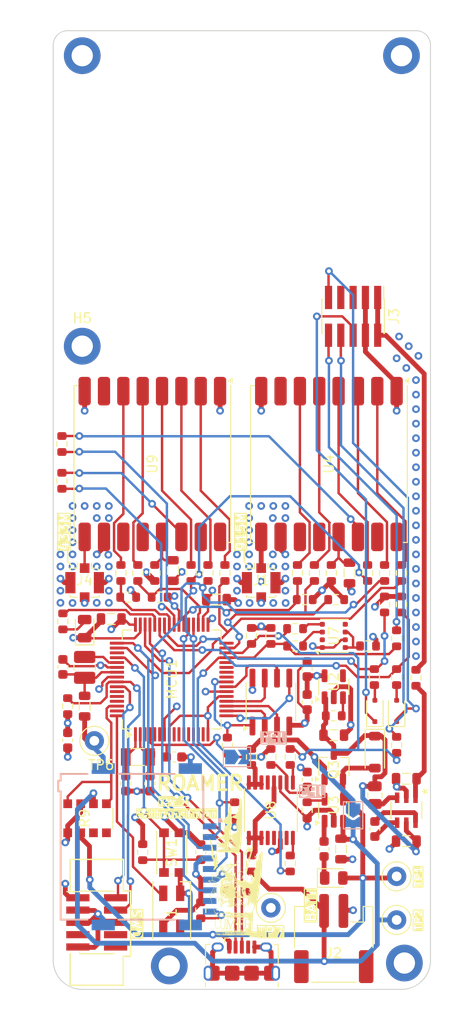
<source format=kicad_pcb>
(kicad_pcb (version 20240108) (generator "pcbnew") (generator_version "8.0")
  (layers (0 "F.Cu" signal) (1 "In1.Cu" signal) (2 "In2.Cu" signal) (31 "B.Cu" signal) (34 "B.Paste" user) (35 "F.Paste" user) (36 "B.SilkS" user "B.Silkscreen") (37 "F.SilkS" user "F.Silkscreen") (38 "B.Mask" user) (39 "F.Mask" user) (44 "Edge.Cuts" user))
  (net 0 "")
  (net 1 "+3V3")
  (net 2 "GND")
  (net 3 "/MCU - Oscillator/PA01")
  (net 4 "+BATT")
  (net 5 "/MCU - Oscillator/PA00")
  (net 6 "/Power - Management/POWER_IN")
  (net 7 "/MCU/~{RESET}")
  (net 8 "Net-(MCU1-VSW)")
  (net 9 "/MCU/AREF")
  (net 10 "Net-(CHG1-K)")
  (net 11 "VBUS")
  (net 13 "/MCU/D8_NEOPIX")
  (net 14 "Net-(J1-In)")
  (net 15 "Net-(U4-3.3V)")
  (net 16 "Net-(D2-K)")
  (net 17 "Net-(D2-A)")
  (net 18 "Net-(D3-K)")
  (net 19 "Net-(D3-A)")
  (net 20 "Net-(J3-Pin_1)")
  (net 21 "Net-(J3-Pin_10)")
  (net 22 "Net-(J4-In)")
  (net 23 "Net-(J3-Pin_8)")
  (net 24 "/Bus - SPI/SPI.MISO")
  (net 25 "/Bus - SPI/SPI.SCK")
  (net 27 "unconnected-(J8-CD-PadP9)")
  (net 28 "/Interface - uSD/CS_uSD")
  (net 30 "Net-(L1-A)")
  (net 31 "Net-(MCU1-VDDCORE)")
  (net 32 "/Bus - SPI/SPI.MOSI")
  (net 33 "/MCU - Memory/QSPI.SCK")
  (net 34 "/Interface - uUSB/D+")
  (net 35 "/MCU - Memory/QSPI.DATA3")
  (net 36 "/Comms - LoRa 433/~{RESET_LORA_433}")
  (net 38 "/MCU - Memory/QSPI.DATA2")
  (net 40 "Net-(MCU1-PB01)")
  (net 41 "/Comms - LoRa 900/~{RESET_LORA_900}")
  (net 51 "/Bus - I2C/I2C.SDA")
  (net 53 "/MCU - Memory/QSPI.DATA0")
  (net 54 "Net-(MCU1-PA23)")
  (net 55 "/MCU - Memory/QSPI.CS")
  (net 56 "/MCU - Memory/QSPI.DATA1")
  (net 57 "/Comms - LoRa 900/CS_LORA_900")
  (net 58 "/Comms - LoRa 433/LORA_433_BUSY")
  (net 59 "/MCU/~{AIRQ_RESET}")
  (net 62 "/Bus - I2C/I2C.SCL")
  (net 65 "/Interface - uUSB/D-")
  (net 67 "/Comms - LoRa 433/CS_LORA_433")
  (net 68 "/Power - Management/IN-")
  (net 69 "/MCU/AIRQ_SET")
  (net 70 "Net-(U2-EN)")
  (net 71 "Net-(U3-PROG)")
  (net 74 "Net-(U9-DIO0)")
  (net 80 "Net-(U3-STAT)")
  (net 88 "Net-(U4-SCK)")
  (net 89 "Net-(U8-SCL)")
  (net 90 "Net-(U8-SDA)")
  (net 91 "Net-(U8-VS)")
  (net 92 "Net-(U8-VBUS)")
  (net 93 "Net-(R21-Pad1)")
  (net 94 "Net-(U4-MOSI)")
  (net 95 "Net-(U7-SCK)")
  (net 96 "Net-(U7-SDI)")
  (net 97 "Net-(U7-VDD)")
  (net 98 "Net-(U4-MISO)")
  (net 99 "Net-(U4-NSS)")
  (net 100 "Net-(U4-RESET)")
  (net 101 "+5V")
  (net 103 "Net-(U6-C+)")
  (net 104 "Net-(U6-C-)")
  (net 105 "Net-(U6-*SHDN)")
  (net 106 "Net-(U9-3.3V)")
  (net 107 "Net-(U9-SCK)")
  (net 108 "Net-(U9-MOSI)")
  (net 109 "Net-(U9-MISO)")
  (net 110 "Net-(U9-NSS)")
  (net 111 "Net-(U9-RESET)")
  (net 114 "/Comms - LoRa 900/LORA_900_BUSY")
  (net 120 "Net-(U4-DIO0)")
  (net 124 "/Interface - SWD/n{slash}c")
  (net 125 "/Interface - SWD/SWO")
  (net 126 "/Interface - SWD/SWD.IO")
  (net 127 "/Interface - SWD/~{RST}")
  (net 128 "/Interface - SWD/SWD.CLK")
  (net 129 "/Interface - SWD/Key")
  (footprint "Resistor_SMD:R_0603_1608Metric" (layer "F.Cu") (at 238 168.91875 -90)
    (property "Reference" "R19" (hide yes))
    (property "Value" "0")
  )
  (footprint "Resistor_SMD:R_0603_1608Metric" (layer "F.Cu") (at 228.5 141.41875 180)
    (property "Reference" "R36" (hide yes))
    (property "Value" "10K")
  )
  (footprint "Resistor_SMD:R_0603_1608Metric" (layer "F.Cu") (at 253 149.66875 -90)
    (property "Reference" "R42" (hide yes))
    (property "Value" "0")
  )
  (footprint "MountingHole:MountingHole_2.2mm_M2_DIN965_Pad" (layer "F.Cu") (at 229.5 179.5)
    (property "Reference" "H2" (hide yes))
    (property "Value" "MountingHole")
  )
  (footprint "Resistor_SMD:R_0603_1608Metric" (layer "F.Cu") (at 235.25 138.91875 -90)
    (property "Reference" "R14" (hide yes))
    (property "Value" "0")
  )
  (footprint "Resistor_SMD:R_0603_1608Metric" (layer "F.Cu") (at 242.5 144.66875 180)
    (property "Reference" "R24" (hide yes))
    (property "Value" "0")
  )
  (footprint "RF_Module:HOPERF_RFM9XW_SMD" (layer "F.Cu") (at 246 127.66875 -90)
    (property "Reference" "U4")
    (property "Value" "RFM95W-915S2")
  )
  (footprint "Package_SO:TSSOP-16_4.4x5mm_P0.65mm" (layer "F.Cu") (at 240 163.41875 90)
    (property "Reference" "U8")
    (property "Value" "INA260")
  )
  (footprint "Resistor_SMD:R_0603_1608Metric" (layer "F.Cu") (at 242.75 138.91875 -90)
    (property "Reference" "R37" (hide yes))
    (property "Value" "0")
  )
  (footprint "Resistor_SMD:R_0603_1608Metric" (layer "F.Cu") (at 246.25 138.91875 90)
    (property "Reference" "R11" (hide yes))
    (property "Value" "0")
  )
  (footprint "Resistor_SMD:R_0603_1608Metric" (layer "F.Cu") (at 250 138.91875 -90)
    (property "Reference" "R10" (hide yes))
    (property "Value" "0")
  )
  (footprint "Capacitor_SMD:C_0603_1608Metric" (layer "F.Cu") (at 243.75 152.25 90)
    (property "Reference" "C10" (hide yes))
    (property "Value" "1uF")
  )
  (footprint "Connector_JST:JST_PH_S2B-PH-SM4-TB_1x02-1MP_P2.00mm_Horizontal" (layer "F.Cu") (at 246.5 176.66875)
    (property "Reference" "J2")
    (property "Value" "JSTPH")
  )
  (footprint "Package_SO:SOIC-8_3.9x4.9mm_P1.27mm" (layer "F.Cu") (at 240 152.25 90)
    (property "Reference" "U1" (hide yes))
    (property "Value" "2MB Flash")
  )
  (footprint "Resistor_SMD:R_0603_1608Metric" (layer "F.Cu") (at 253.5 142.16875 -90)
    (property "Reference" "R40" (hide yes))
    (property "Value" "10K")
  )
  (footprint "Capacitor_SMD:C_0603_1608Metric" (layer "F.Cu") (at 218.5 148.61875 -90)
    (property "Reference" "C15" (hide yes))
    (property "Value" "1uF")
  )
  (footprint "Inductor_SMD:L_0805_2012Metric" (layer "F.Cu") (at 220.75 152.66875 -90)
    (property "Reference" "C13" (hide yes))
    (property "Value" "10uF")
  )
  (footprint "Capacitor_SMD:C_0603_1608Metric" (layer "F.Cu") (at 225 160.66875 -90)
    (property "Reference" "C4" (hide yes))
    (property "Value" "22pF")
  )
  (footprint "Resistor_SMD:R_0603_1608Metric" (layer "F.Cu") (at 232.75 173.75 -90)
    (property "Reference" "R34" (hide yes))
    (property "Value" "10K")
  )
  (footprint "TestPoint:TestPoint_Loop_D2.50mm_Drill1.0mm" (layer "F.Cu") (at 253 170.25)
    (property "Reference" "TP1")
    (property "Value" "VBUS Testpoint")
  )
  (footprint "Resistor_SMD:R_0603_1608Metric" (layer "F.Cu") (at 238 157.91875 90)
    (property "Reference" "R21" (hide yes))
    (property "Value" "0")
  )
  (footprint "Resistor_SMD:R_0603_1608Metric" (layer "F.Cu") (at 226.25 138.91875 -90)
    (property "Reference" "R39" (hide yes))
    (property "Value" "0")
  )
  (footprint "Capacitor_SMD:C_0603_1608Metric" (layer "F.Cu") (at 243.75 148.84375 90)
    (property "Reference" "C7" (hide yes))
    (property "Value" "1uF")
  )
  (footprint "Resistor_SMD:R_0603_1608Metric" (layer "F.Cu") (at 253.5 138.91875 -90)
    (property "Reference" "R33" (hide yes))
    (property "Value" "0")
  )
  (footprint "Resistor_SMD:R_0603_1608Metric" (layer "F.Cu") (at 218.5 143.91875 90)
    (property "Reference" "R7" (hide yes))
    (property "Value" "2.2K")
  )
  (footprint "Package_QFP:TQFP-64_10x10mm_P0.5mm" (layer "F.Cu") (at 229.75 149.91875 90)
    (property "Reference" "MCU1")
    (property "Value" "ATSAMD51J19A-A")
  )
  (footprint "Resistor_SMD:R_0603_1608Metric" (layer "F.Cu") (at 218.4 125.6 90)
    (property "Reference" "R47" (hide yes))
    (property "Value" "0")
  )
  (footprint "Diode_SMD:D_SOD-323F" (layer "F.Cu") (at 250.75 153.16875 90)
    (property "Reference" "D2" (hide yes))
    (property "Value" "1N4148")
  )
  (footprint "Inductor_SMD:L_0805_2012Metric" (layer "F.Cu") (at 247.25 167.41875 -90)
    (property "Reference" "C3" (hide yes))
    (property "Value" "10uF")
  )
  (footprint "Capacitor_SMD:C_0603_1608Metric" (layer "F.Cu") (at 243.75 160.25 90)
    (property "Reference" "C19" (hide yes))
    (property "Value" "1uF")
  )
  (footprint "RF_Module:HOPERF_RFM9XW_SMD" (layer "F.Cu") (at 227.75 127.66875 -90)
    (property "Reference" "U9")
    (property "Value" "RFM96W-433S2")
  )
  (footprint "Connector_Coaxial:U.FL_Molex_MCRF_73412-0110_Vertical" (layer "F.Cu") (at 220.75 139.91875 180)
    (property "Reference" "J4")
    (property "Value" "Conn_Coaxial_Small")
  )
  (footprint "Inductor_SMD:L_0805_2012Metric" (layer "F.Cu") (at 223.5 143.66875 180)
    (property "Reference" "C8" (hide yes))
    (property "Value" "10uF")
  )
  (footprint "Resistor_SMD:R_0603_1608Metric" (layer "F.Cu") (at 244.5 138.91875 -90)
    (property "Reference" "R35" (hide yes))
    (property "Value" "0")
  )
  (footprint "TestPoint:TestPoint_Pad_D1.0mm" (layer "F.Cu") (at 235.5 171.75)
    (property "Reference" "TP4" (hide yes))
    (property "Value" "D- TestPoint")
  )
  (footprint "Resistor_SMD:R_0603_1608Metric" (layer "F.Cu") (at 243.5 141.66875 180)
    (property "Reference" "R20" (hide yes))
    (property "Value" "10K")
  )
  (footprint "Package_TO_SOT_SMD:SOT-23-5" (layer "F.Cu") (at 246.5 163.41875 90)
    (property "Reference" "U3")
    (property "Value" "MCP73831-2-OT")
  )
  (footprint "Diode_SMD:D_SOD-123" (layer "F.Cu") (at 250.75 157.41875 -90)
    (property "Reference" "D4" (hide yes))
    (property "Value" "MBR120")
  )
  (footprint "Resistor_SMD:R_0603_1608Metric" (layer "F.Cu") (at 250.045 146.45875 180)
    (property "Reference" "R26" (hide yes))
    (property "Value" "0")
  )
  (footprint "Inductor_SMD:L_0805_2012Metric" (layer "F.Cu") (at 254 160.16875 180)
    (property "Reference" "C16" (hide yes))
    (property "Value" "10uF")
  )
  (footprint "MountingHole:MountingHole_2.2mm_M2_DIN965_Pad" (layer "F.Cu") (at 253.8 179.2)
    (property "Reference" "H3" (hide yes))
    (property "Value" "MountingHole")
  )
  (footprint "Inductor_SMD:L_0805_2012Metric" (layer "F.Cu") (at 234.375 141.66875)
    (property "Reference" "C5" (hide yes))
    (property "Value" "10uF")
  )
  (footprint "LOGO" (layer "F.Cu") (at 236 169.25)
    (property "Reference" "G***" (hide yes))
    (property "Value" "LOGO" (hide yes))
  )
  (footprint "Package_TO_SOT_SMD:SOT-23-5" (layer "F.Cu") (at 246.5 150.66875 90)
    (property "Reference" "U2")
    (property "Value" "AP2112K-3.3")
  )
  (footprint "Inductor_SMD:L_0805_2012Metric" (layer "F.Cu") (at 246.5 155.66875)
    (property "Reference" "C6" (hide yes))
    (property "Value" "10uF")
  )
  (footprint "Resistor_SMD:R_0603_1608Metric" (layer "F.Cu") (at 240 157.91875 90)
    (property "Reference" "R18" (hide yes))
    (property "Value" "0")
  )
  (footprint "Inductor_SMD:L_1008_2520Metric" (layer "F.Cu") (at 220.75 148.66875 90)
    (property "Reference" "L2" (hide yes))
    (property "Value" "10uH")
  )
  (footprint "Connector_PinHeader_1.27mm:PinHeader_2x05_P1.27mm_Vertical_SMD" (layer "F.Cu") (at 222 175)
    (property "Reference" "J5" (hide yes))
    (property "Value" "Conn_02x05_Odd_Even")
  )
  (footprint "Resistor_SMD:R_0603_1608Metric" (layer "F.Cu") (at 218.4 129.4 90)
    (property "Reference" "R46" (hide yes))
    (property "Value" "0")
  )
  (footprint "Crystal:Crystal_SMD_3215-2Pin_3.2x1.5mm" (layer "F.Cu") (at 226.25 157.91875 180)
    (property "Reference" "X2" (hide yes))
    (property "Value" "32.768 kHz")
  )
  (footprint "MountingHole:MountingHole_2.2mm_M2_DIN965_Pad" (layer "F.Cu") (at 220.5 85.5)
    (property "Reference" "H1" (hide yes))
    (property "Value" "MountingHole")
  )
  (footprint "Connector_USB:USB_Micro-B_Amphenol_10118194_Horizontal" (layer "F.Cu") (at 237 178.95)
    (property "Reference" "X3" (hide yes))
    (property "Value" "microUSB 2.0 B")
  )
  (footprint "MountingHole:MountingHole_2.2mm_M2_DIN965_Pad" (layer "F.Cu") (at 253.5 85.5)
    (property "Reference" "H4" (hide yes))
    (property "Value" "MountingHole")
  )
  (footprint "Capacitor_SMD:C_0603_1608Metric" (layer "F.Cu") (at 245.5 167.41875 -90)
    (property "Reference" "R2" (hide yes))
    (property "Value" "1K")
  )
  (footprint "Resistor_SMD:R_0603_1608Metric" (layer "F.Cu") (at 235.5 156.74375 90)
    (property "Reference" "R5" (hide yes))
    (property "Value" "10K")
  )
  (footprint "Resistor_SMD:R_0603_1608Metric" (layer "F.Cu") (at 251.75 142.16875 -90)
    (property "Reference" "R32" (hide yes))
    (property "Value" "10K")
  )
  (footprint "Resistor_SMD:R_0603_1608Metric" (layer "F.Cu") (at 242 168.91875 90)
    (property "Reference" "R17" (hide yes))
    (property "Value" "0")
  )
  (footprint "TestPoint:TestPoint_Pad_D1.0mm" (layer "F.Cu") (at 237.75 171.75)
    (property "Reference" "TP3" (hide yes))
    (property "Value" "D+ Testpoint")
  )
  (footprint "Resistor_SMD:R_0603_1608Metric" (layer "F.Cu") (at 246.5 153.66875)
    (property "Reference" "R3" (hide yes))
    (property "Value" "10K")
  )
  (footprint "MountingHole:MountingHole_2.2mm_M2_DIN965_Pad" (layer "F.Cu") (at 220.5 115.5)
    (property "Reference" "H5")
    (property "Value" "MountingHole")
  )
  (footprint "Connector_Coaxial:U.FL_Molex_MCRF_73412-0110_Vertical" (layer "F.Cu") (at 239 139.91875 180)
    (property "Reference" "J1")
    (property "Value" "Conn_Coaxial_Small")
  )
  (footprint "Resistor_SMD:R_0805_2012Metric" (layer "F.Cu") (at 250.75 161.85875 90)
    (property "Reference" "R38" (hide yes))
    (property "Value" "100K")
  )
  (footprint "Button_Switch_SMD:SW_Push_1P1T_NO_CK_KMR2" (layer "F.Cu") (at 229.75 167.8 -90)
    (property "Reference" "SW1")
    (property "Value" "KMR2")
  )
  (footprint "TestPoint:TestPoint_Loop_D2.50mm_Drill1.0mm" (layer "F.Cu") (at 221.75 156.25)
    (property "Reference" "TP6")
    (property "Value" "GND Testpoint")
  )
  (footprint "Resistor_SMD:R_0603_1608Metric" (layer "F.Cu") (at 240 145.41875 -90)
    (property "Reference" "R30" (hide yes))
    (property "Value" "10K")
  )
  (footprint "footprints:SOT-23-6_DIO" (layer "F.Cu") (at 254 163.41875 -90)
    (property "Reference" "U6" (hide yes))
    (property "Value" "AP3602AKTR-G1")
  )
  (footprint "Resistor_SMD:R_0603_1608Metric" (layer "F.Cu") (at 224.5 138.91875 -90)
    (property "Reference" "R45" (hide yes))
    (property "Value" "0")
  )
  (footprint "Package_LGA:Bosch_LGA-8_3x3mm_P0.8mm_ClockwisePinNumbering" (layer "F.Cu") (at 246.5 145.41875 90)
    (property "Reference" "U7")
    (property "Value" "BME688")
  )
  (footprint "Resistor_SMD:R_0603_1608Metric" (layer "F.Cu") (at 253 156.66875 90)
    (property "Reference" "R28" (hide yes))
    (property "Value" "0")
  )
  (footprint "Resistor_SMD:R_0603_1608Metric" (layer "F.Cu") (at 255 149.74375 90)
    (property "Reference" "R41" (hide yes))
    (property "Value" "0")
  )
  (footprint "Resistor_SMD:R_0603_1608Metric" (layer "F.Cu") (at 226.75 167.75 90)
    (property "Reference" "R1" (hide yes))
    (property "Value" "10K")
  )
  (footprint "Resistor_SMD:R_0603_1608Metric" (layer "F.Cu") (at 243.75 163.41875 90)
    (property "Reference" "R4" (hide yes))
    (property "Value" "10K")
  )
  (footprint "Resistor_SMD:R_0603_1608Metric" (layer "F.Cu") (at 225.25 141.41875 180)
    (property "Reference" "R44" (hide yes))
    (property "Value" "10K")
  )
  (footprint "Package_TO_SOT_SMD:TSOT-23" (layer "F.Cu") (at 246.5 158.91875 90)
    (property "Reference" "Q3")
    (property "Value" "DMP2070UQ-7")
  )
  (footprint "Resistor_SMD:R_0603_1608Metric" (layer "F.Cu") (at 238 145.41875 -90)
    (property "Reference" "R31" (hide yes))
    (property "Value" "10K")
  )
  (footprint "Capacitor_SMD:C_0603_1608Metric" (layer "F.Cu") (at 232.75 167.75 90)
    (property "Reference" "C12" (hide yes))
    (property "Value" "1uF")
  )
  (footprint "Capacitor_SMD:C_0603_1608Metric" (layer "F.Cu") (at 227.5 160.66875 -90)
    (property "Reference" "C2" (hide yes))
    (property "Value" "22pF")
  )
  (footprint "Resistor_SMD:R_Array_Convex_4x1206" (layer "F.Cu") (at 221 164.25 -90)
    (property "Reference" "R9")
    (property "Value" "100K")
  )
  (footprint "Resistor_SMD:R_0603_1608Metric" (layer "F.Cu") (at 251.75 138.91875 -90)
    (property "Reference" "R22" (hide yes))
    (property "Value" "0")
  )
  (footprint "Inductor_SMD:L_0805_2012Metric" (layer "F.Cu") (at 248.125 138.91875 90)
    (property "Reference" "C1" (hide yes))
    (property "Value" "10uF")
  )
  (footprint "TestPoint:TestPoint_Loop_D2.50mm_Drill1.0mm" (layer "F.Cu") (at 253 174.75)
    (property "Reference" "TP2")
    (property "Value" "Batt Testpoint")
  )
  (footprint "Resistor_SMD:R_0603_1608Metric" (layer "F.Cu") (at 246.75 141.66875 180)
    (property "Reference" "R8" (hide yes))
    (property "Value" "10K")
  )
  (footprint "Resistor_SMD:R_0603_1608Metric" (layer "F.Cu") (at 253 145.66875 -90)
    (property "Reference" "R27" (hide yes))
    (property "Value" "0")
  )
  (footprint "LED_SMD:LED_SK6812MINI_PLCC4_3.5x3.5mm_P1.75mm" (layer "F.Cu") (at 229.75 173.75 90)
    (property "Reference" "D1" (hide yes))
    (property "Value" "WS2812B3535")
  )
  (footprint "Capacitor_SMD:C_0603_1608Metric" (layer "F.Cu") (at 219 156.19375 90)
    (property "Reference" "C11" (hide yes))
    (property "Value" "1uF")
  )
  (footprint "Connector_PinHeader_1.27mm:PinHeader_2x05_P1.27mm_Vertical_SMD" (layer "F.Cu") (at 248.5 112.41875 -90)
    (property "Reference" "J3")
    (property "Value" "Conn_02x05_Odd_Even")
  )
  (footprint "Resistor_SMD:R_0603_1608Metric" (layer "F.Cu") (at 228 138.91875 90)
    (property "Reference" "R15" (hide yes))
    (property "Value" "0")
  )
  (footprint "Resistor_SMD:R_0603_1608Metric" (layer "F.Cu") (at 236.25 163.41875 90)
    (property "Reference" "R23" (hide yes))
    (property "Value" "10K")
  )
  (footprint "Resistor_SMD:R_0603_1608Metric" (layer "F.Cu") (at 233.5 138.91875 -90)
    (property "Reference" "R13" (hide yes))
    (property "Value" "0")
  )
  (footprint "LED_SMD:LED_0805_2012Metric" (layer "F.Cu") (at 246.5 170.41875)
    (property "Reference" "CHG1" (hide yes))
    (property "Value" "ORANGE")
  )
  (footprint "Capacitor_SMD:C_0603_1608Metric" (layer "F.Cu") (at 250.75 165.35875 90)
    (property "Reference" "C18" (hide yes))
    (property "Value" "1uF")
  )
  (footprint "Inductor_SMD:L_0805_2012Metric" (layer "F.Cu") (at 229.875 138.66875 90)
    (property "Reference" "C9" (hide yes))
    (property "Value" "10uF")
  )
  (footprint "Inductor_SMD:L_0805_2012Metric" (layer "F.Cu") (at 254 166.60875 180)
    (property "Reference" "C17" (hide yes))
    (property "Value" "10uF")
  )
  (footprint "TestPoint:TestPoint_Loop_D2.50mm_Drill1.0mm" (layer "F.Cu") (at 240 173.5)
    (property "Reference" "TP7")
    (property "Value" "3V3 Testpoint")
  )
  (footprint "Resistor_SMD:R_0603_1608Metric" (layer "F.Cu") (at 242 157.91875 -90)
    (property "Reference" "R16" (hide yes))
    (property "Value" "0")
  )
  (footprint "Capacitor_SMD:C_0603_1608Metric" (layer "F.Cu") (at 230 157.91875)
    (property "Reference" "C14" (hide yes))
    (property "Value" "1uF")
  )
  (footprint "Resistor_SMD:R_0603_1608Metric" (layer "F.Cu") (at 242.5 146.45875 180)
    (property "Reference" "R25" (hide yes))
    (property "Value" "0")
  )
  (footprint "Resistor_SMD:R_0603_1608Metric" (layer "F.Cu") (at 219 152.66875 90)
    (property "Reference" "R6" (hide yes))
    (property "Value" "10K")
  )
  (footprint "Resistor_SMD:R_0603_1608Metric" (layer "F.Cu") (at 250.7 149.66875 90)
    (property "Reference" "R43" (hide yes))
    (property "Value" "0")
  )
  (footprint "LED_SMD:LED_0805_2012Metric" (layer "F.Cu") (at 220.75 144.66875 90)
    (property "Reference" "L1" (hide yes))
    (property "Value" "RED")
  )
  (footprint "Diode_SMD:D_SOD-323F" (layer "F.Cu") (at 253 153.16875 90)
    (property "Reference" "D3" (hide yes))
    (property "Value" "1N4148")
  )
  (footprint "Resistor_SMD:R_0603_1608Metric" (layer "F.Cu") (at 231.75 138.91875 -90)
    (property "Reference" "R12" (hide yes))
    (property "Value" "0")
  )
  (footprint "Jumper:SolderJumper-2_P1.3mm_Open_TrianglePad1.0x1.5mm" (layer "B.Cu") (at 236.5 157.91875)
    (property "Reference" "JP1")
    (property "Value" "SolderJumper_2_Open")
  )
  (footprint "Jumper:SolderJumper-2_P1.3mm_Open_TrianglePad1.0x1.5mm" (layer "B.Cu") (at 248.5 163.94375 -90)
    (property "Reference" "JP3")
    (property "Value" "SolderJumper_2_Open")
  )
  (footprint "footprints:GCT_MEM2075-00-140-01-A" (layer "B.Cu") (at 222.25 167.66875 90)
    (property "Reference" "J8" (hide yes))
    (property "Value" "MEM2075-00-140-01-A")
  )
  (gr_line (start 237.25 137.75) (end 237.75 138.25) (stroke (width 0.15)) (layer "F.SilkS"))
  (gr_line (start 225.5 171.75) (end 225.5 173.75) (stroke (width 0.15)) (layer "F.SilkS"))
  (gr_line (start 225.5 178.5) (end 225.5 176.5) (stroke (width 0.15)) (layer "F.SilkS"))
  (gr_line (start 224.75 178.5) (end 225.5 178.5) (stroke (width 0.15)) (layer "F.SilkS"))
  (gr_line (start 224.75 171.75) (end 224.75 168.5) (stroke (width 0.15)) (layer "F.SilkS"))
  (gr_line (start 219 136.5) (end 219 137.75) (stroke (width 0.15)) (layer "F.SilkS"))
  (gr_line (start 237.25 136.5) (end 237.25 137.75) (stroke (width 0.15)) (layer "F.SilkS"))
  (gr_line (start 219.25 178.25) (end 219.25 181.5) (stroke (width 0.15)) (layer "F.SilkS"))
  (gr_line (start 224.75 181.5) (end 224.75 178.5) (stroke (width 0.15)) (layer "F.SilkS"))
  (gr_line (start 219.25 171.75) (end 219.5725 171.83) (stroke (width 0.15)) (layer "F.SilkS"))
  (gr_line (start 224.75 171.75) (end 225.5 171.75) (stroke (width 0.15)) (layer "F.SilkS"))
  (gr_line (start 219.25 168.5) (end 219.25 171.75) (stroke (width 0.15)) (layer "F.SilkS"))
  (gr_line (start 219 137.75) (end 219.5 138.25) (stroke (width 0.15)) (layer "F.SilkS"))
  (gr_line (start 224.75 168.5) (end 219.25 168.5) (stroke (width 0.15)) (layer "F.SilkS"))
  (gr_line (start 219.25 181.5) (end 224.75 181.5) (stroke (width 0.15)) (layer "F.SilkS"))
  (gr_arc (start 256.5 178.91875) (mid 255.62132 181.04007) (end 253.5 181.91875) (stroke (width 0.1)) (layer "Edge.Cuts"))
  (gr_line (start 256.5 84.41875) (end 256.5 178.91875) (stroke (width 0.1)) (layer "Edge.Cuts"))
  (gr_arc (start 217.5 84.41875) (mid 217.939358 83.358122) (end 219 82.91875) (stroke (width 0.1)) (layer "Edge.Cuts"))
  (gr_line (start 219 82.91875) (end 255 82.91875) (stroke (width 0.1)) (layer "Edge.Cuts"))
  (gr_arc (start 255 82.91875) (mid 256.06066 83.35809) (end 256.5 84.41875) (stroke (width 0.1)) (layer "Edge.Cuts"))
  (gr_arc (start 220.5 181.91875) (mid 218.37868 181.04007) (end 217.5 178.91875) (stroke (width 0.1)) (layer "Edge.Cuts"))
  (gr_line (start 217.5 178.91875) (end 217.5 84.41875) (stroke (width 0.1)) (layer "Edge.Cuts"))
  (gr_line (start 253.5 181.91875) (end 220.5 181.91875) (stroke (width 0.1)) (layer "Edge.Cuts"))
  (gr_text "SWD" (at 225.5 173.5 270) (layer "F.SilkS" knockout) (effects (font (size 1 1)) (justify left bottom)))
  (gr_text "BATT" (at 244.725 175.05 90) (layer "F.SilkS" knockout) (effects (font (size 1 1)) (justify left bottom)))
  (gr_text "rev 1" (at 228.25 163 0) (layer "F.SilkS" knockout) (effects (font (size 0.8 0.8) (thickness 0.125)) (justify left bottom)))
  (gr_text "catbranchman" (at 226 164.25 0) (layer "F.SilkS" knockout) (effects (font (size 0.8 0.8) (thickness 0.08)) (justify left bottom)))
  (gr_text "433M" (at 219.25 136.75 90) (layer "F.SilkS" knockout) (effects (font (size 1 1)) (justify left bottom)))
  (gr_text "ROAMER" (at 228.01 161.5 0) (layer "F.SilkS") (effects (font (size 1.5 1.5) (thickness 0.3) (bold yes)) (justify left bottom)))
  (gr_text "915M" (at 237.5 136.75 90) (layer "F.SilkS" knockout) (effects (font (size 1 1)) (justify left bottom)))
  (segment (start 228 139.703121) (end 228 139.74375) (width 0.5) (layer "F.Cu") (net 1))
  (segment (start 245.2875 140.70625) (end 246.25 139.74375) (width 0.5) (layer "F.Cu") (net 1))
  (segment (start 233 143.4) (end 233.5 142.9) (width 0.25) (layer "F.Cu") (net 1))
  (segment (start 228 139.74375) (end 228.075 139.74375) (width 0.5) (layer "F.Cu") (net 1))
  (segment (start 230.037412 141.301392) (end 229.920054 141.41875) (width 0.25) (layer "F.Cu") (net 1))
  (segment (start 235.5 157.74375) (end 235.575 157.81875) (width 0.25) (layer "F.Cu") (net 1))
  (segment (start 233.5 141.85625) (end 233.3125 141.66875) (width 0.25) (layer "F.Cu") (net 1))
  (segment (start 227.124999 138.82812) (end 227.124999 139.118749) (width 0.5) (layer "F.Cu") (net 1))
  (segment (start 226.075 141.24375) (end 226.075 141.66875) (width 0.5) (layer "F.Cu") (net 1))
  (segment (start 229.920054 141.41875) (end 229.325 141.41875) (width 0.25) (layer "F.Cu") (net 1))
  (segment (start 225.956914 164.153505) (end 226.75 164.946591) (width 0.5) (layer "F.Cu") (net 1))
  (segment (start 219 153.49375) (end 219 154.41875) (width 0.5) (layer "F.Cu") (net 1))
  (segment (start 227.124999 139.118749) (end 227.75 139.74375) (width 0.5) (layer "F.Cu") (net 1))
  (segment (start 219.25 172.5) (end 218.75 172) (width 0.5) (layer "F.Cu") (net 1))
  (segment (start 226.75 164.946591) (end 226.75 166.925) (width 0.5) (layer "F.Cu") (net 1))
  (segment (start 251.75 141.34375) (end 251.75 141.41875) (width 0.5) (layer "F.Cu") (net 1))
  (segment (start 222.575 150.568444) (end 222.575 150.23959) (width 0.25) (layer "F.Cu") (net 1))
  (segment (start 233.95 141.03125) (end 233.3125 141.66875) (width 0.25) (layer "F.Cu") (net 1))
  (segment (start 228.875 175.5) (end 228.875 175.125) (width 0.5) (layer "F.Cu") (net 1))
  (segment (start 251.75 141.34375) (end 253.5 141.34375) (width 0.5) (layer "F.Cu") (net 1))
  (segment (start 233.95 140.724613) (end 233.95 141.03125) (width 0.25) (layer "F.Cu") (net 1))
  (segment (start 235.5 157.56875) (end 235.85 157.91875) (width 0.25) (layer "F.Cu") (net 1))
  (segment (start 225.5 140.66875) (end 226.075 141.24375) (width 0.5) (layer "F.Cu") (net 1))
  (segment (start 251.75 141.41875) (end 250.75 142.41875) (width 0.5) (layer "F.Cu") (net 1))
  (segment (start 230.25 173.75) (end 231.925 173.75) (width 0.5) (layer "F.Cu") (net 1))
  (segment (start 246.25 140.34375) (end 246.25 139.74375) (width 0.5) (layer "F.Cu") (net 1))
  (segment (start 233.5 155.58125) (end 233.5 153.682113) (width 0.25) (layer "F.Cu") (net 1))
  (segment (start 226 144.25625) (end 225.4 144.25625) (width 0.25) (layer "F.Cu") (net 1))
  (segment (start 223.5 144.73125) (end 224.5625 143.66875) (width 0.5) (layer "F.Cu") (net 1))
  (segment (start 220.05 172.5) (end 219.25 172.5) (width 0.5) (layer "F.Cu") (net 1))
  (segment (start 219 155.41875) (end 219 154.41875) (width 0.5) (layer "F.Cu") (net 1))
  (segment (start 222.237347 150.906097) (end 222.575 150.568444) (width 0.25) (layer "F.Cu") (net 1))
  (segment (start 233.486637 153.66875) (end 233.486637 152.789349) (width 0.25) (layer "F.Cu") (net 1))
  (segment (start 244.75 149.53125) (end 243.7875 149.53125) (width 0.5) (layer "F.Cu") (net 1))
  (segment (start 230.607236 153.66875) (end 233.486637 153.66875) (width 0.25) (layer "F.Cu") (net 1))
  (segment (start 222.575 150.23959) (end 223.14584 149.66875) (width 0.25) (layer "F.Cu") (net 1))
  (segment (start 234.607236 151.66875) (end 235.4125 151.66875) (width 0.25) (layer "F.Cu") (net 1))
  (segment (start 228.875 175.125) (end 230.25 173.75) (width 0.5) (layer "F.Cu") (net 1))
  (segment (start 229.5 154.775986) (end 230.607236 153.66875) (width 0.25) (layer "F.Cu") (net 1))
  (segment (start 238.25 144.59375) (end 239.75 144.59375) (width 0.5) (layer "F.Cu") (net 1))
  (segment (start 240 157.09375) (end 239.825 157.09375) (width 0.5) (layer "F.Cu") (net 1))
  (segment (start 233.5 142.9) (end 233.5 141.85625) (width 0.25) (layer "F.Cu") (net 1))
  (segment (start 233.486637 152.789349) (end 234.607236 151.66875) (width 0.25) (layer "F.Cu") (net 1))
  (segment (start 244.325 141.66875) (end 245.2875 140.70625) (width 0.5) (layer "F.Cu") (net 1))
  (segment (start 232.75 172.925) (end 232.75 170.5) (width 0.5) (layer "F.Cu") (net 1))
  (segment (start 229.5 155.58125) (end 229.5 154.775986) (width 0.25) (layer "F.Cu") (net 1))
  (segment (start 232.75 170.5) (end 232.25 170) (width 0.5) (layer "F.Cu") (net 1))
  (segment (start 233.279643 141.635893) (end 233.3125 141.66875) (width 0.5) (layer "F.Cu") (net 1))
  (segment (start 238.095 151.01375) (end 238.095 149.69375) (width 0.5) (layer "F.Cu") (net 1))
  (segment (start 239.825 157.09375) (end 239 157.91875) (width 0.5) (layer "F.Cu") (net 1))
  (segment (start 223.14584 149.66875) (end 224.0875 149.66875) (width 0.25) (layer "F.Cu") (net 1))
  (segment (start 250.555736 145.5) (end 250.87 145.814264) (width 0.5) (layer "F.Cu") (net 1))
  (segment (start 231.925 173.75) (end 232.75 172.925) (width 0.5) (layer "F.Cu") (net 1))
  (segment (start 235.85 157.91875) (end 239 157.91875) (width 0.25) (layer "F.Cu") (net 1))
  (segment (start 245.55 149.53125) (end 244.75 149.53125) (width 0.5) (layer "F.Cu") (net 1))
  (segment (start 218.75 172) (end 218.75 171) (width 0.5) (layer "F.Cu") (net 1))
  (segment (start 233 144.25625) (end 233 143.4) (width 0.25) (layer "F.Cu") (net 1))
  (segment (start 247.575 141.66875) (end 246.25 140.34375) (width 0.5) (layer "F.Cu") (net 1))
  (segment (start 250.87 145.814264) (end 250.87 146.45875) (width 0.5) (layer "F.Cu") (net 1))
  (segment (start 243.75 149.56875) (end 243.75 151.10625) (width 0.5) (layer "F.Cu") (net 1))
  (segment (start 225.4 144.25625) (end 224.8125 143.66875) (width 0.25) (layer "F.Cu") (net 1))
  (segment (start 243.7875 149.53125) (end 243.75 149.56875) (width 0.5) (layer "F.Cu") (net 1))
  (segment (start 233.5 153.682113) (end 233.486637 153.66875) (width 0.25) (layer "F.Cu") (net 1))
  (segment (start 227.124999 138.82812) (end 228 139.703121) (width 0.5) (layer "F.Cu") (net 1))
  (via (at 244.75 149.53125) (size 0.8) (drill 0.4) (layers "F.Cu" "B.Cu") (net 1))
  (via (at 232.25 170) (size 0.8) (drill 0.4) (layers "F.Cu" "B.Cu") (net 1))
  (via (at 225.956914 164.153505) (size 0.8) (drill 0.4) (layers "F.Cu" "B.Cu") (net 1))
  (via (at 219 154.41875) (size 0.8) (drill 0.4) (layers "F.Cu" "B.Cu") (net 1))
  (via (at 245.2875 140.70625) (size 0.8) (drill 0.4) (layers "F.Cu" "B.Cu") (net 1))
  (via (at 239 144.41875) (size 0.8) (drill 0.4) (layers "F.Cu" "B.Cu") (net 1))
  (via (at 250.555736 145.5) (size 0.8) (drill 0.4) (layers "F.Cu" "B.Cu") (net 1))
  (via (at 230.037412 141.301392) (size 0.8) (drill 0.4) (layers "F.Cu" "B.Cu") (net 1))
  (via (at 233.486637 153.66875) (size 0.8) (drill 0.4) (layers "F.Cu" "B.Cu") (net 1))
  (via (at 222.237347 150.906097) (size 0.8) (drill 0.4) (layers "F.Cu" "B.Cu") (net 1))
  (via (at 239 157.91875) (size 0.8) (drill 0.4) (layers "F.Cu" "B.Cu") (net 1))
  (via (at 218.75 171) (size 0.8) (drill 0.4) (layers "F.Cu" "B.Cu") (net 1))
  (via (at 223.5 144.73125) (size 0.8) (drill 0.4) (layers "F.Cu" "B.Cu") (net 1))
  (via (at 250.75 142.41875) (size 0.8) (drill 0.4) (layers "F.Cu" "B.Cu") (net 1))
  (via (at 238.095 151.01375) (size 0.8) (drill 0.4) (layers "F.Cu" "B.Cu") (net 1))
  (via (at 227.124999 138.82812) (size 0.8) (drill 0.4) (layers "F.Cu" "B.Cu") (net 1))
  (via (at 233.95 140.724613) (size 0.8) (drill 0.4) (layers "F.Cu" "B.Cu") (net 1))
  (via (at 225.5 140.66875) (size 0.8) (drill 0.4) (layers "F.Cu" "B.Cu") (net 1))
  (segment (start 233.67 168.38875) (end 232.86 168.38875) (width 0.5) (layer "B.Cu") (net 1))
  (segment (start 239 157.91875) (end 237.229903 157.91875) (width 0.5) (layer "B.Cu") (net 1))
  (segment (start 232.25 168.99875) (end 232.25 170) (width 0.5) (layer "B.Cu") (net 1))
  (segment (start 232.86 168.38875) (end 232.25 168.99875) (width 0.5) (layer "B.Cu") (net 1))
  (segment (start 253.150002 161.13995) (end 253.728599 161.13995) (width 0.5) (layer "F.Cu") (net 2))
  (segment (start 222.75 135.19375) (end 222.75 136.25) (width 0.5) (layer "F.Cu") (net 2))
  (segment (start 222.83125 139.91875) (end 223.25 139.5) (width 0.5) (layer "F.Cu") (net 2))
  (segment (start 233.975 178.075) (end 234.5 177.55) (width 0.5) (layer "F.Cu") (net 2))
  (segment (start 243.75 154.16875) (end 243.75 153.025) (width 0.5) (layer "F.Cu") (net 2))
  (segment (start 221.937119 148.451731) (end 221.8451 148.54375) (width 0.25) (layer "F.Cu") (net 2))
  (segment (start 254 161.411351) (end 254 162.1297) (width 0.5) (layer "F.Cu") (net 2))
  (segment (start 226.166106 161.44375) (end 227.5 161.44375) (width 0.5) (layer "F.Cu") (net 2))
  (segment (start 243.850001 159.475) (end 243.75 159.475) (width 0.25) (layer "F.Cu") (net 2))
  (segment (start 241.905 154.64375) (end 243.275 154.64375) (width 0.5) (layer "F.Cu") (net 2))
  (segment (start 221.21 175.04) (end 222.125 174.125) (width 0.5) (layer "F.Cu") (net 2))
  (segment (start 238 180.25) (end 240.025 180.25) (width 0.5) (layer "F.Cu") (net 2))
  (segment (start 239 141.41875) (end 239 141.39375) (width 0.5) (layer "F.Cu") (net 2))
  (segment (start 248.125 140.607544) (end 248.125 139.98125) (width 0.5) (layer "F.Cu") (net 2))
  (segment (start 246.084999 163.41875) (end 244.515 163.41875) (width 0.5) (layer "F.Cu") (net 2))
  (segment (start 239 120.14375) (end 239 122.16875) (width 0.5) (layer "F.Cu") (net 2))
  (segment (start 233.975 180.25) (end 233.975 178.075) (width 0.5) (layer "F.Cu") (net 2))
  (segment (start 242.825 148.99375) (end 243.75 148.06875) (width 0.25) (layer "F.Cu") (net 2))
  (segment (start 229.875 139.73125) (end 230.8 138.80625) (width 0.25) (layer "F.Cu") (net 2))
  (segment (start 249.77 114.15875) (end 249.77 110.25875) (width 0.5) (layer "F.Cu") (net 2))
  (segment (start 243.75 153.23125) (end 242.825 152.30625) (width 0.25) (layer "F.Cu") (net 2))
  (segment (start 241 135.19375) (end 241 136.5) (width 0.5) (layer "F.Cu") (net 2))
  (segment (start 221.75 177.58) (end 220.05 177.58) (width 0.5) (layer "F.Cu") (net 2))
  (segment (start 237.525 139.91875) (end 236.91875 139.91875) (width 0.5) (layer "F.Cu") (net 2))
  (segment (start 219.275 139.91875) (end 219.275 139.94375) (width 0.5) (layer "F.Cu") (net 2))
  (segment (start 246.5 163.833751) (end 246.084999 163.41875) (width 0.5) (layer "F.Cu") (net 2))
  (segment (start 219.2 148.54375) (end 218.5 147.84375) (width 0.25) (layer "F.Cu") (net 2))
  (segment (start 231.5 172) (end 230.625 172) (width 0.5) (layer "F.Cu") (net 2))
  (segment (start 240.475 139.91875) (end 241.08125 139.91875) (width 0.5) (layer "F.Cu") (net 2))
  (segment (start 248.3125 139.98125) (end 248.25 139.98125) (width 0.5) (layer "F.Cu") (net 2))
  (segment (start 233.5 144.057401) (end 233.5 144.25625) (width 0.25) (layer "F.Cu") (net 2))
  (segment (start 245.3125 146.72625) (end 245.3125 146.61875) (width 0.25) (layer "F.Cu") (net 2))
  (segment (start 248.5 173.75) (end 247.56875 173.75) (width 0.5) (layer "F.Cu") (net 2))
  (segment (start 218.75 166.75) (end 219 166.5) (width 0.5) (layer "F.Cu") (net 2))
  (segment (start 222.4375 143.91875) (end 222.4375 143.66875) (width 0.5) (layer "F.Cu") (net 2))
  (segment (start 226.15 161.459856) (end 226.133894 161.44375) (width 0.5) (layer "F.Cu") (net 2))
  (segment (start 253 119.302112) (end 249.77 116.072112) (width 0.5) (layer "F.Cu") (net 2))
  (segment (start 230.625 169.925) (end 230.55 169.85) (width 0.5) (layer "F.Cu") (net 2))
  (segment (start 222.75 136.25) (end 222 137) (width 0.5) (layer "F.Cu") (net 2))
  (segment (start 226.5 145.061514) (end 225.892764 145.66875) (width 0.25) (layer "F.Cu") (net 2))
  (segment (start 247.56875 173.75) (end 247.5 173.81875) (width 0.5) (layer "F.Cu") (net 2))
  (segment (start 221.5 156.75) (end 220.75 156) (width 0.5) (layer "F.Cu") (net 2))
  (segment (start 246.5 151.143751) (end 246.5 151.80625) (width 0.5) (layer "F.Cu") (net 2))
  (segment (start 220.05 173.77) (end 221.77 173.77) (width 0.5) (layer "F.Cu") (net 2))
  (segment (start 244.515 163.41875) (end 243.75 164.18375) (width 0.5) (layer "F.Cu") (net 2))
  (segment (start 247.6225 155.60875) (end 247.5625 155.60875) (width 0.5) (layer "F.Cu") (net 2))
  (segment (start 240.025 178.075) (end 239.5 177.55) (width 0.5) (layer "F.Cu") (net 2))
  (segment (start 222.225 139.91875) (end 222.83125 139.91875) (width 0.5) (layer "F.Cu") (net 2))
  (segment (start 252.9375 166.73125) (end 252.25 167.41875) (width 0.5) (layer "F.Cu") (net 2))
  (segment (start 230.775 157.91875) (end 231.724694 157.91875) (width 0.5) (layer "F.Cu") (net 2))
  (segment (start 248.25 154.98125) (end 247.6225 155.60875) (width 0.5) (layer "F.Cu") (net 2))
  (segment (start 239 141.41875) (end 239 142.01875) (width 0.5) (layer "F.Cu") (net 2))
  (segment (start 244.325 146.469055) (end 244.474695 146.61875) (width 0.25) (layer "F.Cu") (net 2))
  (segment (start 252.9375 166.60875) (end 252.9375 166.73125) (width 0.5) (layer "F.Cu") (net 2))
  (segment (start 219 165) (end 219 165.75) (width 0.5) (layer "F.Cu") (net 2))
  (segment (start 240.975 161.483749) (end 243.675001 164.18375) (width 0.25) (layer "F.Cu") (net 2))
  (segment (start 243.5 154.41875) (end 243.75 154.16875) (width 0.5) (layer "F.Cu") (net 2))
  (segment (start 240.975 167.349338) (end 240.975 166.47125) (width 0.5) (layer "F.Cu") (net 2))
  (segment (start 240.025 180.25) (end 240.025 178.075) (width 0.5) (layer "F.Cu") (net 2))
  (segment (start 225.892764 145.66875) (end 221.0625 145.66875) (width 0.25) (layer "F.Cu") (net 2))
  (segment (start 235.4375 141.66875) (end 236.267828 141.66875) (width 0.5) (layer "F.Cu") (net 2))
  (segment (start 234.75 120.14375) (end 234.75 122.16875) (width 0.5) (layer "F.Cu") (net 2))
  (segment (start 230.55 165.75) (end 231.525 165.75) (width 0.5) (layer "F.Cu") (net 2))
  (segment (start 247.2875 145.81875) (end 246.5 146.60625) (width 0.25) (layer "F.Cu") (net 2))
  (segment (start 219.5625 145.60625) (end 221 145.60625) (width 0.5) (layer "F.Cu") (net 2))
  (segment (start 220.34 162.75) (end 220.34 163.66) (width 0.5) (layer "F.Cu") (net 2))
  (segment (start 243.675001 164.18375) (end 243.75 164.18375) (width 0.25) (layer "F.Cu") (net 2))
  (segment (start 221.77 173.77) (end 222.125 174.125) (width 0.5) (layer "F.Cu") (net 2))
  (segment (start 231.525 165.75) (end 232.75 166.975) (width 0.5) (layer "F.Cu") (net 2))
  (segment (start 247.6875 145.81875) (end 247.2875 145.81875) (width 0.25) (layer "F.Cu") (net 2))
  (segment (start 245.3125 146.61875) (end 246.41 146.61875) (width 0.25) (layer "F.Cu") (net 2))
  (segment (start 241 136.5) (end 241.5 137) (width 0.5) (layer "F.Cu") (net 2))
  (segment (start 220.34 163.66) (end 219 165) (width 0.5) (layer "F.Cu") (net 2))
  (segment (start 220.75 156) (end 220.75 153.73125) (width 0.5) (layer "F.Cu") (net 2))
  (segment (start 246.5 164.49625) (end 246.5 163.833751) (width 0.5) (layer "F.Cu") (net 2))
  (segment (start 229.025 164.225) (end 230.55 165.75) (width 0.5) (layer "F.Cu") (net 2))
  (segment (start 219.275 139.91875) (end 218.66875 139.91875) (width 0.5) (layer "F.Cu") (net 2))
  (segment (start 219 156.96875) (end 219 157.91875) (width 0.5) (layer "F.Cu") (net 2))
  (segment (start 240.446875 139.946875) (end 240.475 139.91875) (width 0.5) (layer "F.Cu") (net 2))
  (segment (start 248 150.66875) (end 246.975001 150.66875) (width 0.5) (layer "F.Cu") (net 2))
  (segment (start 253 160.989948) (end 253.150002 161.13995) (width 0.5) (layer "F.Cu") (net 2))
  (segment (start 236.25 164.24375) (end 236.25 165.16875) (width 0.5) (layer "F.Cu") (net 2))
  (segment (start 244.474695 146.61875) (end 245.3125 146.61875) (width 0.25) (layer "F.Cu") (net 2))
  (segment (start 231.724694 157.91875) (end 231.737347 157.931403) (width 0.5) (layer "F.Cu") (net 2))
  (segment (start 226.5 144.25625) (end 226.5 145.061514) (width 0.25) (layer "F.Cu") (net 2))
  (segment (start 236.267828 141.66875) (end 236.617828 142.01875) (width 0.5) (layer "F.Cu") (net 2))
  (segment (start 240.655588 167.66875) (end 240.975 167.349338) (width 0.5) (layer "F.Cu") (net 2))
  (segment (start 241.08125 139.91875) (end 241.5 139.5) (width 0.5) (layer "F.Cu") (net 2))
  (segment (start 248.25 154.6) (end 248.25 154.98125) (width 0.5) (layer "F.Cu") (net 2))
  (segment (start 230.625 172) (end 230.625 170.75) (width 0.5) (layer "F.Cu") (net 2))
  (segment (start 243.543431 159.475) (end 243.75 159.475) (width 0.25) (layer "F.Cu") (net 2))
  (segment (start 240.114205 167.66875) (end 240.655588 167.66875) (width 0.5) (layer "F.Cu") (net 2))
  (segment (start 222.225 139.91875) (end 222.225 139.94375) (width 0.5) (layer "F.Cu") (net 2))
  (segment (start 253 120.14375) (end 253 119.302112) (width 0.5) (layer "F.Cu") (net 2))
  (segment (start 253.728599 161.13995) (end 254 161.411351) (width 0.5) (layer "F.Cu") (net 2))
  (segment (start 226.133894 161.44375) (end 225 161.44375) (width 0.5) (layer "F.Cu") (net 2))
  (segment (start 236.91875 139.91875) (end 236.5 139.5) (width 0.5) (layer "F.Cu") (net 2))
  (segment (start 252.9375 160.927448) (end 252.9375 160.10875) (width 0.5) (layer "F.Cu") (net 2))
  (segment (start 253 160.989948) (end 252.9375 160.927448) (width 0.5) (layer "F.Cu") (net 2))
  (segment (start 223.113604 148.66875) (end 224.0875 148.66875) (width 0.25) (layer "F.Cu") (net 2))
  (segment (start 222.125 177.205) (end 221.75 177.58) (width 0.5) (layer "F.Cu") (net 2))
  (segment (start 226.15 161.459856) (end 226.166106 161.44375) (width 0.5) (layer "F.Cu") (net 2))
  (segment (start 247.25 168.48125) (end 248.4375 168.48125) (width 0.5) (layer "F.Cu") (net 2))
  (segment (start 222.896585 148.451731) (end 223.113604 148.66875) (width 0.25) (layer "F.Cu") (net 2))
  (segment (start 233.25 151.16875) (end 235.4125 151.16875) (width 0.25) (layer "F.Cu") (net 2))
  (segment (start 248.360413 140.842957) (end 248.125 140.607544) (width 0.5) (layer "F.Cu") (net 2))
  (segment (start 233.975 180.25) (end 236 180.25) (width 0.5) (layer "F.Cu") (net 2))
  (segment (start 220.75 145.60625) (end 222.4375 143.91875) (width 0.5) (layer "F.Cu") (net 2))
  (segment (start 248.25 150.91875) (end 248 150.66875) (width 0.5) (layer "F.Cu") (net 2))
  (segment (start 249.77 116.072112) (end 249.77 114.15875) (width 0.5) (layer "F.Cu") (net 2))
  (segment (start 221.8451 148.54375) (end 219.2 148.54375) (width 0.25) (layer "F.Cu") (net 2))
  (segment (start 236 180.25) (end 238 180.25) (width 0.5) (layer "F.Cu") (net 2))
  (segment (start 243.75 164.18375) (end 243.75 165.10875) (width 0.5) (layer "F.Cu") (net 2))
  (segment (start 233.954433 143.602968) (end 233.5 144.057401) (width 0.25) (layer "F.Cu") (net 2))
  (segment (start 237.525 139.91875) (end 237.525 139.94375) (width 0.5) (layer "F.Cu") (net 2))
  (segment (start 222.39272 148.451731) (end 222.896585 148.451731) (width 0.25) (layer "F.Cu") (net 2))
  (segment (start 230.275 152.694056) (end 229 153.969056) (width 0.25) (layer "F.Cu") (net 2))
  (segment (start 220.05 175.04) (end 221.21 175.04) (width 0.5) (layer "F.Cu") (net 2))
  (segment (start 240.975 160.74625) (end 240.975 161.483749) (width 0.25) (layer "F.Cu") (net 2))
  (segment (start 242.825 152.30625) (end 242.825 148.99375) (width 0.25) (layer "F.Cu") (net 2))
  (segment (start 221.0625 145.66875) (end 221 145.60625) (width 0.25) (layer "F.Cu") (net 2))
  (segment (start 219 166.5) (end 219 165.75) (width 0.5) (layer "F.Cu") (net 2))
  (segment (start 222.39272 148.451731) (end 221.937119 148.451731) (width 0.25) (layer "F.Cu") (net 2))
  (segment (start 218.66875 139.91875) (end 218.25 139.5) (width 0.5) (layer "F.Cu") (net 2))
  (segment (start 243.275 154.64375) (end 243.5 154.41875) (width 0.5) (layer "F.Cu") (net 2))
  (segment (start 246.975001 150.66875) (end 246.5 151.143751) (width 0.5) (layer "F.Cu") (net 2))
  (segment (start 229.025 164.11875) (end 229.025 164.225) (width 0.5) (layer "F.Cu") (net 2))
  (segment (start 230.625 170.75) (end 230.625 169.925) (width 0.5) (layer "F.Cu") (net 2))
  (segment (start 222.125 174.125) (end 222.125 177.205) (width 0.5) (layer "F.Cu") (net 2))
  (segment (start 220.75 120.14375) (end 220.75 122.16875) (width 0.5) (layer "F.Cu") (net 2))
  (segment (start 229 153.969056) (end 229 155.58125) (width 0.25) (layer "F.Cu") (net 2))
  (segment (start 243.073552 159.005121) (end 243.543431 159.475) (width 0.25) (layer "F.Cu") (net 2))
  (segment (start 220.75 141.41875) (end 220.75 142.01875) (width 0.5) (layer "F.Cu") (net 2))
  (segment (start 243.75 148.01875) (end 243.9125 148.01875) (width 0.25) (layer "F.Cu") (net 2))
  (segment (start 248.25 154.6) (end 248.25 150.91875) (width 0.5) (layer "F.Cu") (net 2))
  (segment (start 253 120.14375) (end 253 122.16875) (width 0.5) (layer "F.Cu") (net 2))
  (segment (start 238.3 177.55) (end 239.5 177.55) (width 0.5) (layer "F.Cu") (net 2))
  (via (at 222.39272 148.451731) (size 0.8) (drill 0.4) (layers "F.Cu" "B.Cu") (net 2))
  (via (at 223.25 142) (size 0.8) (drill 0.4) (layers "F.Cu" "B.Cu") (net 2))
  (via (at 220.75 142.01875) (size 0.8) (drill 0.4) (layers "F.Cu" "B.Cu") (net 2))
  (via (at 235 170) (size 0.8) (drill 0.4) (layers "F.Cu" "B.Cu") (net 2))
  (via (at 219.5 134.5) (size 0.8) (drill 0.4) (layers "F.Cu" "B.Cu") (net 2))
  (via (at 255 140) (size 0.8) (drill 0.4) (layers "F.Cu" "B.Cu") (net 2))
  (via (at 239 122.16875) (size 0.8) (drill 0.4) (layers "F.Cu" "B.Cu") (net 2))
  (via (at 223.25 138.25) (size 0.8) (drill 0.4) (layers "F.Cu" "B.Cu") (net 2))
  (via (at 255 131) (size 0.8) (drill 0.4) (layers "F.Cu" "B.Cu") (net 2))
  (via (at 240.25 138.25) (size 0.8) (drill 0.4) (layers "F.Cu" "B.Cu") (net 2))
  (via (at 254.25 115.5) (size 0.8) (drill 0.4) (layers "F.Cu" "B.Cu") (net 2))
  (via (at 241.5 139.5) (size 0.8) (drill 0.4) (layers "F.Cu" "B.Cu") (net 2))
  (via (at 222 138.25) (size 0.8) (drill 0.4) (layers "F.Cu" "B.Cu") (net 2))
  (via (at 219.5625 145.60625) (size 0.8) (drill 0.4) (layers "F.Cu" "B.Cu") (net 2))
  (via (at 240.2 133.25) (size 0.8) (drill 0.4) (layers "F.Cu" "B.Cu") (net 2))
  (via (at 253 122.16875) (size 0.8) (drill 0.4) (layers "F.Cu" "B.Cu") (net 2))
  (via (at 243.75 165.10875) (size 0.8) (drill 0.4) (layers "F.Cu" "B.Cu") (net 2))
  (via (at 241.5 137) (size 0.8) (drill 0.4) (layers "F.Cu" "B.Cu") (net 2))
  (via (at 237.75 132) (size 0.8) (drill 0.4) (layers "F.Cu" "B.Cu") (net 2))
  (via (at 255 143) (size 0.8) (drill 0.4) (layers "F.Cu" "B.Cu") (net 2))
  (via (at 237.75 137) (size 0.8) (drill 0.4) (layers "F.Cu" "B.Cu") (net 2))
  (via (at 240.114205 167.66875) (size 0.8) (drill 0.4) (layers "F.Cu" "B.Cu") (net 2))
  (via (at 230.8 138.80625) (size 0.8) (drill 0.4) (layers "F.Cu" "B.Cu") (net 2))
  (via (at 220.75 132) (size 0.8) (drill 0.4) (layers "F.Cu" "B.Cu") (net 2))
  (via (at 255 120.5) (size 0.8) (drill 0.4) (layers "F.Cu" "B.Cu") (net 2))
  (via (at 222.125 174.125) (size 0.8) (drill 0.4) (layers "F.Cu" "B.Cu") (net 2))
  (via (at 255 125) (size 0.8) (drill 0.4) (layers "F.Cu" "B.Cu") (net 2))
  (via (at 218.25 138.25) (size 0.8) (drill 0.4) (layers "F.Cu" "B.Cu") (net 2))
  (via (at 222 132) (size 0.8) (drill 0.4) (layers "F.Cu" "B.Cu") (net 2))
  (via (at 240.25 132) (size 0.8) (drill 0.4) (layers "F.Cu" "B.Cu") (net 2))
  (via (at 220.75 122.16875) (size 0.8) (drill 0.4) (layers "F.Cu" "B.Cu") (net 2))
  (via (at 237.75 133.25) (size 0.8) (drill 0.4) (layers "F.Cu" "B.Cu") (net 2))
  (via (at 223.25 132) (size 0.8) (drill 0.4) (layers "F.Cu" "B.Cu") (net 2))
  (via (at 243.5 154.41875) (size 0.8) (drill 0.4) (layers "F.Cu" "B.Cu") (net 2))
  (via (at 255.25 116.5) (size 0.8) (drill 0.4) (layers "F.Cu" "B.Cu") (net 2))
  (via (at 237.75 138.25) (size 0.8) (drill 0.4) (layers "F.Cu" "B.Cu") (net 2))
  (via (at 218.25 140.75) (size 0.8) (drill 0.4) (layers "F.Cu" "B.Cu") (net 2))
  (via (at 240.25 142.01875) (size 0.8) (drill 0.4) (layers "F.Cu" "B.Cu") (net 2))
  (via (at 255 146) (size 0.8) (drill 0.4) (layers "F.Cu" "B.Cu") (net 2))
  (via (at 241.5 138.25) (size 0.8) (drill 0.4) (layers "F.Cu" "B.Cu") (net 2))
  (via (at 223.25 133.25) (size 0.8) (drill 0.4) (layers "F.Cu" "B.Cu") (net 2))
  (via (at 254 117.75) (size 0.8) (drill 0.4) (layers "F.Cu" "B.Cu") (net 2))
  (via (at 241.5 133.25) (size 0.8) (drill 0.4) (layers "F.Cu" "B.Cu") (net 2))
  (via (at 223.25 140.75) (size 0.8) (drill 0.4) (layers "F.Cu" "B.Cu") (net 2))
  (via (at 252.25 167.41875) (size 0.8) (drill 0.4) (layers "F.Cu" "B.Cu") (net 2))
  (via (at 218.25 142) (size 0.8) (drill 0.4) (layers "F.Cu" "B.Cu") (net 2))
  (via (at 248.4375 168.48125) (size 0.8) (drill 0.4) (layers "F.Cu" "B.Cu") (net 2))
  (via (at 255 123.5) (size 0.8) (drill 0.4) (layers "F.Cu" "B.Cu") (net 2))
  (via (at 255 141.5) (size 0.8) (drill 0.4) (layers "F.Cu" "B.Cu") (net 2))
  (via (at 231.5 172) (size 0.8) (drill 0.4) (layers "F.Cu" "B.Cu") (net 2))
  (via (at 219.5 142.01875) (size 0.8) (drill 0.4) (layers "F.Cu" "B.Cu") (net 2))
  (via (at 236.25 165.16875) (size 0.8) (drill 0.4) (layers "F.Cu" "B.Cu") (net 2))
  (via (at 237.75 135.75) (size 0.8) (drill 0.4) (layers "F.Cu" "B.Cu") (net 2))
  (via (at 241.526274 142.01875) (size 0.8) (drill 0.4) (layers "F.Cu" "B.Cu") (net 2))
  (via (at 219 157.91875) (size 0.8) (drill 0.4) (layers "F.Cu" "B.Cu") (net 2))
  (via (at 229.025 164.11875) (size 0.8) (drill 0.4) (layers "F.Cu" "B.Cu") (net 2))
  (via (at 255 134) (size 0.8) (drill 0.4) (layers "F.Cu" "B.Cu") (net 2))
  (via (at 236.5 138.25) (size 0.8) (drill 0.4) (layers "F.Cu" "B.Cu") (net 2))
  (via (at 234.75 122.16875) (size 0.8) (drill 0.4) (layers "F.Cu" "B.Cu") (net 2))
  (via (at 255 147.5) (size 0.8) (drill 0.4) (layers "F.Cu" "B.Cu") (net 2))
  (via (at 223.25 139.5) (size 0.8) (drill 0.4) (layers "F.Cu" "B.Cu") (net 2))
  (via (at 223.198443 137.036531) (size 0.8) (drill 0.4) (layers "F.Cu" "B.Cu") (net 2))
  (via (at 253 116.75) (size 0.8) (drill 0.4) (layers "F.Cu" "B.Cu") (net 2))
  (via (at 236.5 140.75) (size 0.8) (drill 0.4) (layers "F.Cu" "B.Cu") (net 2))
  (via (at 237.8 142.01875) (size 0.8) (drill 0.4) (layers "F.Cu" "B.Cu") (net 2))
  (via (at 226.15 161.459856) (size 0.8) (drill 0.4) (layers "F.Cu" "B.Cu") (net 2))
  (via (at 255 137) (size 0.8) (drill 0.4) (layers "F.Cu" "B.Cu") (net 2))
  (via (at 236.617828 142.01875) (size 0.8) (drill 0.4) (layers "F.Cu" "B.Cu") (net 2))
  (via (at 243.073552 159.005121) (size 0.8) (drill 0.4) (layers "F.Cu" "B.Cu") (net 2))
  (via (at 231.737347 157.931403) (size 0.8) (drill 0.4) (layers "F.Cu" "B.Cu") (net 2))
  (via (at 255 144.5) (size 0.8) (drill 0.4) (layers "F.Cu" "B.Cu") (net 2))
  (via (at 222 137) (size 0.8) (drill 0.4) (layers "F.Cu" "B.Cu") (net 2))
  (via (at 233.25 151.16875) (size 0.8) (drill 0.4) (layers "F.Cu" "B.Cu") (net 2))
  (via (at 222 133.25) (size 0.8) (drill 0.4) (layers "F.Cu" "B.Cu") (net 2))
  (via (at 239 132) (size 0.8) (drill 0.4) (layers "F.Cu" "B.Cu") (net 2))
  (via (at 255 122) (size 0.8) (drill 0.4) (layers "F.Cu" "B.Cu") (net 2))
  (via (at 240.2 137) (size 0.8) (drill 0.4) (layers "F.Cu" "B.Cu") (net 2))
  (via (at 218.75 166.75) (size 0.8) (drill 0.4) (layers "F.Cu" "B.Cu") (net 2))
  (via (at 253.25 114.5) (size 0.8) (drill 0.4) (layers "F.Cu" "B.Cu") (net 2))
  (via (at 219.5 138.25) (size 0.8) (drill 0.4) (layers "F.Cu" "B.Cu") (net 2))
  (via (at 222 142) (size 0.8) (drill 0.4) (layers "F.Cu" "B.Cu") (net 2))
  (via (at 255 126.5) (size 0.8) (drill 0.4) (layers "F.Cu" "B.Cu") (net 2))
  (via (at 244.325 146.469055) (size 0.8) (drill 0.4) (layers "F.Cu" "B.Cu") (net 2))
  (via (at 241.5 140.75) (size 0.8) (drill 0.4) (layers "F.Cu" "B.Cu") (net 2))
  (via (at 255 138.5) (size 0.8) (drill 0.4) (layers "F.Cu" "B.Cu") (net 2))
  (via (at 253 160.989948) (size 0.8) (drill 0.4) (layers "F.Cu" "B.Cu") (net 2))
  (via (at 237.75 134.5) (size 0.8) (drill 0.4) (layers "F.Cu" "B.Cu") (net 2))
  (via (at 236.5 139.5) (size 0.8) (drill 0.4) (layers "F.Cu" "B.Cu") (net 2))
  (via (at 255 132.5) (size 0.8) (drill 0.4) (layers "F.Cu" "B.Cu") (net 2))
  (via (at 218.25 137) (size 0.8) (drill 0.4) (layers "F.Cu" "B.Cu") (net 2))
  (via (at 218.25 139.5) (size 0.8) (drill 0.4) (layers "F.Cu" "B.Cu") (net 2))
  (via (at 255 128) (size 0.8) (drill 0.4) (layers "F.Cu" "B.Cu") (net 2))
  (via (at 239 142.01875) (size 0.8) (drill 0.4) (layers "F.Cu" "B.Cu") (net 2))
  (via (at 239 139.8) (size 0.8) (drill 0.4) (layers "F.Cu" "B.Cu") (net 2))
  (via (at 233.954433 143.602968) (size 0.8) (drill 0.4) (layers "F.Cu" "B.Cu") (net 2))
  (via (at 255 129.5) (size 0.8) (drill 0.4) (layers "F.Cu" "B.Cu") (net 2))
  (via (at 248.360413 140.842957) (size 0.8) (drill 0.4) (layers "F.Cu" "B.Cu") (net 2))
  (via (at 248.25 154.6) (size 0.8) (drill 0.4) (layers "F.Cu" "B.Cu") (net 2))
  (via (at 248.5 173.75) (size 0.8) (drill 0.4) (layers "F.Cu" "B.Cu") (net 2))
  (via (at 219.5 132) (size 0.8) (drill 0.4) (layers "F.Cu" "B.Cu") (net 2))
  (via (at 219.5 133.25) (size 0.8) (drill 0.4) (layers "F.Cu" "B.Cu") (net 2))
  (via (at 236.5 137) (size 0.8) (drill 0.4) (layers "F.Cu" "B.Cu") (net 2))
  (via (at 230.275 152.694056) (size 0.8) (drill 0.4) (layers "F.Cu" "B.Cu") (net 2))
  (via (at 219.5 135.75) (size 0.8) (drill 0.4) (layers "F.Cu" "B.Cu") (net 2))
  (via (at 255 119) (size 0.8) (drill 0.4) (layers "F.Cu" "B.Cu") (net 2))
  (via (at 241.5 132) (size 0.8) (drill 0.4) (layers "F.Cu" "B.Cu") (net 2))
  (via (at 219.5 137) (size 0.8) (drill 0.4) (layers "F.Cu" "B.Cu") (net 2))
  (via (at 255 135.5) (size 0.8) (drill 0.4) (layers "F.Cu" "B.Cu") (net 2))
  (segment (start 222.67 174.67) (end 222.67 175.26875) (width 0.5) (layer "B.Cu") (net 2))
  (segment (start 231.67 172.17) (end 231.5 172) (width 0.5) (layer "B.Cu") (net 2))
  (segment (start 231.67 157.99875) (end 231.737347 157.931403) (width 0.5) (layer "B.Cu") (net 2))
  (segment (start 234.41125 170.58875) (end 233.67 170.58875) (width 0.5) (layer "B.Cu") (net 2))
  (segment (start 231.5 172) (end 231.5 172.16) (width 0.5) (layer "B.Cu") (net 2))
  (segment (start 231.67 159.11875) (end 231.67 157.99875) (width 0.5) (layer "B.Cu") (net 2))
  (segment (start 235 170) (end 234.41125 170.58875) (width 0.5) (layer "B.Cu") (net 2))
  (segment (start 222.5 175.09875) (end 222.67 175.26875) (width 0.5) (layer "B.Cu") (net 2))
  (segment (start 222.67 157.92) (end 222.67 159.11875) (width 0.5) (layer "B.Cu") (net 2))
  (segment (start 222.67 175.07) (end 222.67 175.26875) (width 0.5) (layer "B.Cu") (net 2))
  (segment (start 231.67 175.26875) (end 231.67 172.17) (width 0.5) (layer "B.Cu") (net 2))
  (segment (start 231.5 172.16) (end 231.67 172.33) (width 0.5) (layer "B.Cu") (net 2))
  (segment (start 221.5 156.75) (end 222.67 157.92) (width 0.5) (layer "B.Cu") (net 2))
  (segment (start 222.125 174.125) (end 222.67 174.67) (width 0.5) (layer "B.Cu") (net 2))
  (segment (start 227.5 157.91875) (end 227.5 159.89375) (width 0.25) (layer "F.Cu") (net 3))
  (segment (start 226.5 156.91875) (end 227.5 157.91875) (width 0.25) (layer "F.Cu") (net 3))
  (segment (start 227.9125 157.91875) (end 227.9125 157.386514) (width 0.25) (layer "F.Cu") (net 3))
  (segment (start 226.5 155.58125) (end 226.5 156.91875) (width 0.25) (layer "F.Cu") (net 3))
  (segment (start 243.25 171.56875) (end 245.5 173.81875) (width 0.5) (layer "F.Cu") (net 4))
  (segment (start 248.5 166.41875) (end 247.3725 166.41875) (width 0.5) (layer "F.Cu") (net 4))
  (segment (start 238 169.74375) (end 239.825 171.56875) (width 0.5) (layer "F.Cu") (net 4))
  (segment (start 245.5 173.81875) (end 245.5 179) (width 0.5) (layer "F.Cu") (net 4))
  (segment (start 247.3725 166.41875) (end 247.25 166.29625) (width 0.5) (layer "F.Cu") (net 4))
  (segment (start 247.45 164.49625) (end 247.45 166.09625) (width 0.5) (layer "F.Cu") (net 4))
  (segment (start 221.66 161.66) (end 221.66 162.75) (width 0.5) (layer "F.Cu") (net 4))
  (segment (start 239.825 171.56875) (end 243.25 171.56875) (width 0.5) (layer "F.Cu") (net 4))
  (segment (start 247.45 166.09625) (end 247.25 166.29625) (width 0.5) (layer "F.Cu") (net 4))
  (segment (start 238.005 169.74375) (end 238 169.74375) (width 0.5) (layer "F.Cu") (net 4))
  (segment (start 245.5 173.81875) (end 245.5 174.565628) (width 0.5) (layer "F.Cu") (net 4))
  (via (at 221.66 161.66) (size 0.8) (drill 0.4) (layers "F.Cu" "B.Cu") (net 4))
  (via (at 245.520483 179.013421) (size 0.8) (drill 0.4) (layers "F.Cu" "B.Cu") (net 4))
  (via (at 248.5 166.41875) (size 0.8) (drill 0.4) (layers "F.Cu" "B.Cu") (net 4))
  (segment (start 221.925 177.15) (end 232.15 177.15) (width 0.5) (layer "B.Cu") (net 4))
  (segment (start 251 177.3) (end 251 174.75) (width 0.5) (layer "B.Cu") (net 4))
  (segment (start 232.15 177.15) (end 234 179) (width 0.5) (layer "B.Cu") (net 4))
  (segment (start 251 174.75) (end 251 172.5) (width 0.5) (layer "B.Cu") (net 4))
  (segment (start 221.66 161.66) (end 220 163.32) (width 0.5) (layer "B.Cu") (net 4))
  (segment (start 251 168.91875) (end 248.5 166.41875) (width 0.5) (layer "B.Cu") (net 4))
  (segment (start 251 172.5) (end 251 168.91875) (width 0.5) (layer "B.Cu") (net 4))
  (segment (start 249.3 179) (end 251 177.3) (width 0.5) (layer "B.Cu") (net 4))
  (segment (start 253 174.75) (end 251 174.75) (width 0.5) (layer "B.Cu") (net 4))
  (segment (start 220 175.225) (end 221.925 177.15) (width 0.5) (layer "B.Cu") (net 4))
  (segment (start 234 179) (end 249.3 179) (width 0.5) (layer "B.Cu") (net 4))
  (segment (start 220 163.32) (end 220 175.225) (width 0.5) (layer "B.Cu") (net 4))
  (segment (start 248.5 166.41875) (end 248.5 164.673653) (width 0.5) (layer "B.Cu") (net 4))
  (segment (start 226 155.58125) (end 226 156.91875) (width 0.25) (layer "F.Cu") (net 5))
  (segment (start 226 156.91875) (end 225 157.91875) (width 0.25) (layer "F.Cu") (net 5))
  (segment (start 225 159.91875) (end 225 157.91875) (width 0.25) (layer "F.Cu") (net 5))
  (segment (start 250.75 160.94625) (end 249.5275 160.94625) (width 0.5) (layer "F.Cu") (net 6))
  (segment (start 251.35 155.70875) (end 249.71 155.70875) (width 0.5) (layer "F.Cu") (net 6))
  (segment (start 247.87 157.54875) (end 246.5 157.54875) (width 0.5) (layer "F.Cu") (net 6))
  (segment (start 255 167.6788) (end 255.0625 167.6163) (width 0.5) (layer "F.Cu") (net 6))
  (segment (start 250.75 160.94625) (end 250.75 159.96875) (width 0.5) (layer "F.Cu") (net 6))
  (segment (start 246.5 157.54875) (end 246.5 156.73125) (width 0.5) (layer "F.Cu") (net 6))
  (segment (start 245.675 154.43375) (end 245.4375 154.67125) (width 0.5) (layer "F.Cu") (net 6))
  (segment (start 254 165.54625) (end 254 164.6478) (width 0.5) (layer "F.Cu") (net 6))
  (segment (start 245.675 151.87125) (end 245.675 154.43375) (width 0.5) (layer "F.Cu") (net 6))
  (segment (start 251.8 156.15875) (end 251.35 155.70875) (width 0.5) (layer "F.Cu") (net 6))
  (segment (start 255.0625 166.60875) (end 254 165.54625) (width 0.5) (layer "F.Cu") (net 6))
  (segment (start 255.0625 167.6163) (end 255.0625 166.60875) (width 0.5) (layer "F.Cu") (net 6))
  (segment (start 246.5 156.73125) (end 245.4375 155.66875) (width 0.5) (layer "F.Cu") (net 6))
  (segment (start 245.4375 154.67125) (end 245.4375 155.66875) (width 0.5) (layer "F.Cu") (net 6))
  (segment (start 255 167.6788) (end 255 167.79375) (width 0.5) (layer "F.Cu") (net 6))
  (segment (start 249.71 155.70875) (end 247.87 157.54875) (width 0.5) (layer "F.Cu") (net 6))
  (segment (start 251.410828 159.96875) (end 251.8 159.579578) (width 0.5) (layer "F.Cu") (net 6))
  (segment (start 249.5275 160.94625) (end 249.5 160.91875) (width 0.5) (layer "F.Cu") (net 6))
  (segment (start 251.8 159.579578) (end 251.8 156.15875) (width 0.5) (layer "F.Cu") (net 6))
  (segment (start 250.75 159.96875) (end 251.410828 159.96875) (width 0.5) (layer "F.Cu") (net 6))
  (via (at 255 167.6788) (size 0.8) (drill 0.4) (layers "F.Cu" "B.Cu") (net 6))
  (via (at 249.5 160.91875) (size 0.8) (drill 0.4) (layers "F.Cu" "B.Cu") (net 6))
  (segment (start 255 167.6788) (end 249.5 162.1788) (width 0.5) (layer "B.Cu") (net 6))
  (segment (start 249.5 162.1788) (end 249.5 160.91875) (width 0.5) (layer "B.Cu") (net 6))
  (segment (start 226.75 168.575) (end 226.8 168.525) (width 0.25) (layer "F.Cu") (net 7))
  (segment (start 228.95 168.575) (end 229 168.525) (width 0.25) (layer "F.Cu") (net 7))
  (segment (start 226.875 163.675) (end 228.95 165.75) (width 0.25) (layer "F.Cu") (net 7))
  (segment (start 224.892764 147.66875) (end 224.0875 147.66875) (width 0.25) (layer "F.Cu") (net 7))
  (segment (start 226.875 163.5) (end 226.875 163.675) (width 0.25) (layer "F.Cu") (net 7))
  (segment (start 228.95 165.75) (end 228.95 168.475) (width 0.25) (layer "F.Cu") (net 7))
  (segment (start 228.95 168.475) (end 229 168.525) (width 0.25) (layer "F.Cu") (net 7))
  (segment (start 228.95 169.85) (end 228.95 168.575) (width 0.25) (layer "F.Cu") (net 7))
  (segment (start 232.75 168.525) (end 229 168.525) (width 0.25) (layer "F.Cu") (net 7))
  (segment (start 225.946382 148.722368) (end 224.892764 147.66875) (width 0.25) (layer "F.Cu") (net 7))
  (segment (start 226.8 168.525) (end 229 168.525) (width 0.25) (layer "F.Cu") (net 7))
  (via (at 225.946382 148.722368) (size 0.8) (drill 0.4) (layers "F.Cu" "B.Cu") (net 7))
  (via (at 226.875 163.5) (size 0.8) (drill 0.4) (layers "F.Cu" "B.Cu") (net 7))
  (segment (start 226.875 149.650986) (end 225.946382 148.722368) (width 0.25) (layer "B.Cu") (net 7))
  (segment (start 226.875 163.5) (end 226.875 149.650986) (width 0.25) (layer "B.Cu") (net 7))
  (segment (start 221 149.49375) (end 221 149.74375) (width 0.25) (layer "F.Cu") (net 8))
  (segment (start 218.5 149.39375) (end 220.65 149.39375) (width 0.25) (layer "F.Cu") (net 8))
  (segment (start 222.5 149.16875) (end 224.0875 149.16875) (width 0.25) (layer "F.Cu") (net 8))
  (segment (start 221.925 149.74375) (end 222.5 149.16875) (width 0.25) (layer "F.Cu") (net 8))
  (segment (start 220.75 149.74375) (end 221.925 149.74375) (width 0.25) (layer "F.Cu") (net 8))
  (segment (start 220.65 149.39375) (end 221 149.74375) (width 0.25) (layer "F.Cu") (net 8))
  (segment (start 220.925 149.81875) (end 221 149.74375) (width 0.25) (layer "F.Cu") (net 8))
  (segment (start 220.75 151.60625) (end 220.75 149.74375) (width 0.25) (layer "F.Cu") (net 8))
  (segment (start 227.782236 156.66875) (end 229.25 156.66875) (width 0.25) (layer "F.Cu") (net 9))
  (segment (start 227.5 155.58125) (end 227.5 156.386514) (width 0.25) (layer "F.Cu") (net 9))
  (segment (start 233.717764 156.66875) (end 229.25 156.66875) (width 0.25) (layer "F.Cu") (net 9))
  (segment (start 229.225 157.91875) (end 229.225 156.69375) (width 0.25) (layer "F.Cu") (net 9))
  (segment (start 229.225 156.69375) (end 229.25 156.66875) (width 0.25) (layer "F.Cu") (net 9))
  (segment (start 227.5 156.386514) (end 227.782236 156.66875) (width 0.25) (layer "F.Cu") (net 9))
  (segment (start 234.425 155.961514) (end 233.717764 156.66875) (width 0.25) (layer "F.Cu") (net 9))
  (segment (start 234.425 155.91875) (end 234.425 155.961514) (width 0.25) (layer "F.Cu") (net 9))
  (via (at 234.425 155.91875) (size 0.8) (drill 0.4) (layers "F.Cu" "B.Cu") (net 9))
  (segment (start 234.425 156.56875) (end 235.775 157.91875) (width 0.25) (layer "B.Cu") (net 9))
  (segment (start 234.425 155.91875) (end 234.425 156.56875) (width 0.25) (layer "B.Cu") (net 9))
  (segment (start 245.5 170.60625) (end 245.5625 170.66875) (width 0.5) (layer "F.Cu") (net 10))
  (segment (start 245.5 168.13375) (end 245.5 170.60625) (width 0.5) (layer "F.Cu") (net 10))
  (segment (start 247.8025 162.22125) (end 247.45 162.22125) (width 0.5) (layer "F.Cu") (net 11))
  (segment (start 249.5 163.91875) (end 247.8025 162.22125) (width 0.5) (layer "F.Cu") (net 11))
  (segment (start 249.5 170.41875) (end 247.4375 170.41875) (width 0.5) (layer "F.Cu") (net 11))
  (segment (start 247.4375 170.66875) (end 247.4375 170.41875) (width 0.5) (layer "F.Cu") (net 11))
  (segment (start 252.83125 170.41875) (end 253 170.25) (width 0.5) (layer "F.Cu") (net 11))
  (segment (start 235.01875 176.26875) (end 235.7 176.95) (width 0.5) (layer "F.Cu") (net 11))
  (segment (start 221.28129 170.595338) (end 221.25 170.564048) (width 0.5) (layer "F.Cu") (net 11))
  (segment (start 221.25 168.75) (end 221.25 167.14) (width 0.5) (layer "F.Cu") (net 11))
  (segment (start 247.45 159.40875) (end 247.45 162.22125) (width 0.5) (layer "F.Cu") (net 11))
  (segment (start 250.69 159.06875) (end 247.79 159.06875) (width 0.5) (layer "F.Cu") (net 11))
  (segment (start 221.25 170.564048) (end 221.25 168.75) (width 0.5) (layer "F.Cu") (net 11))
  (segment (start 250.75 159.00875) (end 250.69 159.06875) (width 0.5) (layer "F.Cu") (net 11))
  (segment (start 234 176.26875) (end 235.01875 176.26875) (width 0.5) (layer "F.Cu") (net 11))
  (segment (start 247.79 159.06875) (end 247.45 159.40875) (width 0.5) (layer "F.Cu") (net 11))
  (segment (start 235.7 176.95) (end 235.7 177.75) (width 0.5) (layer "F.Cu") (net 11))
  (segment (start 247.45 162.22125) (end 247.45 162.55875) (width 0.5) (layer "F.Cu") (net 11))
  (segment (start 221.25 167.14) (end 220.34 166.23) (width 0.5) (layer "F.Cu") (net 11))
  (segment (start 249.5 170.41875) (end 252.83125 170.41875) (width 0.5) (layer "F.Cu") (net 11))
  (segment (start 221.28129 170.595338) (end 221.3218 170.554828) (width 0.5) (layer "F.Cu") (net 11))
  (segment (start 249.5 170.41875) (end 249.5 163.91875) (width 0.5) (layer "F.Cu") (net 11))
  (segment (start 220.34 166.23) (end 220.34 165.75) (width 0.5) (layer "F.Cu") (net 11))
  (via (at 221.28129 170.595338) (size 0.8) (drill 0.4) (layers "F.Cu" "B.Cu") (net 11))
  (via (at 234 176.26875) (size 0.8) (drill 0.4) (layers "F.Cu" "B.Cu") (net 11))
  (via (at 249.5 170.41875) (size 0.8) (drill 0.4) (layers "F.Cu" "B.Cu") (net 11))
  (segment (start 221.28129 170.595338) (end 221.28129 171.412713) (width 0.5) (layer "B.Cu") (net 11))
  (segment (start 249.5 174.75) (end 249.5 170.41875) (width 0.5) (layer "B.Cu") (net 11))
  (segment (start 226.137327 176.26875) (end 247.98125 176.26875) (width 0.5) (layer "B.Cu") (net 11))
  (segment (start 221.28129 171.412713) (end 226.137327 176.26875) (width 0.5) (layer "B.Cu") (net 11))
  (segment (start 247.98125 176.26875) (end 249.5 174.75) (width 0.5) (layer "B.Cu") (net 11))
  (segment (start 225.75 166.25) (end 224.0875 164.5875) (width 0.25) (layer "F.Cu") (net 13))
  (segment (start 224.0875 164.5875) (end 224.0875 153.66875) (width 0.25) (layer "F.Cu") (net 13))
  (segment (start 225.75 169.25) (end 225.75 166.25) (width 0.25) (layer "F.Cu") (net 13))
  (segment (start 228.5 172) (end 225.75 169.25) (width 0.25) (layer "F.Cu") (net 13))
  (segment (start 228.875 172) (end 228.5 172) (width 0.25) (layer "F.Cu") (net 13))
  (segment (start 239 138.41875) (end 239 135.19375) (width 0.5) (layer "F.Cu") (net 14))
  (segment (start 247.5125 137.85625) (end 248.125 137.85625) (width 0.25) (layer "F.Cu") (net 15))
  (segment (start 247 137.34375) (end 247.5125 137.85625) (width 0.25) (layer "F.Cu") (net 15))
  (segment (start 246.25 138.09375) (end 247 137.34375) (width 0.25) (layer "F.Cu") (net 15))
  (segment (start 247 137.34375) (end 247 135.19375) (width 0.25) (layer "F.Cu") (net 15))
  (segment (start 244.75 112.41875) (end 247.38 112.41875) (width 0.25) (layer "F.Cu") (net 16))
  (segment (start 249.830736 153.349486) (end 250.75 154.26875) (width 0.25) (layer "F.Cu") (net 16))
  (segment (start 247.38 112.41875) (end 248.5 113.53875) (width 0.25) (layer "F.Cu") (net 16))
  (segment (start 248.5 113.53875) (end 248.5 114.36875) (width 0.25) (layer "F.Cu") (net 16))
  (segment (start 249.830736 151.23809) (end 249.830736 153.349486) (width 0.25) (layer "F.Cu") (net 16))
  (via (at 249.830736 151.23809) (size 0.8) (drill 0.4) (layers "F.Cu" "B.Cu") (net 16))
  (via (at 244.75 112.41875) (size 0.8) (drill 0.4) (layers "F.Cu" "B.Cu") (net 16))
  (segment (start 244.75 112.41875) (end 244.75 126.25) (width 0.25) (layer "B.Cu") (net 16))
  (segment (start 244.75 126.25) (end 249.830736 131.330736) (width 0.25) (layer "B.Cu") (net 16))
  (segment (start 249.830736 131.330736) (end 249.830736 151.23809) (width 0.25) (layer "B.Cu") (net 16))
  (segment (start 250.75 151.91875) (end 250.75 150.61875) (width 0.25) (layer "F.Cu") (net 17))
  (segment (start 250.75 150.61875) (end 250.7 150.56875) (width 0.25) (layer "F.Cu") (net 17))
  (segment (start 253 154.018751) (end 254.100001 152.91875) (width 0.25) (layer "F.Cu") (net 18))
  (segment (start 253 154.26875) (end 253 154.018751) (width 0.25) (layer "F.Cu") (net 18))
  (segment (start 245.96 107.75) (end 245.96 110.25875) (width 0.25) (layer "F.Cu") (net 18))
  (segment (start 254.100001 152.91875) (end 255 152.91875) (width 0.25) (layer "F.Cu") (net 18))
  (via (at 246 107.75) (size 0.8) (drill 0.4) (layers "F.Cu" "B.Cu") (net 18))
  (via (at 255 152.91875) (size 0.8) (drill 0.4) (layers "F.Cu" "B.Cu") (net 18))
  (segment (start 246 107.70875) (end 246 107.70875) (width 0.25) (layer "B.Cu") (net 18))
  (segment (start 248.5 110.20875) (end 248.5 125.5) (width 0.25) (layer "B.Cu") (net 18))
  (segment (start 246 107.75) (end 246.04125 107.75) (width 0.25) (layer "B.Cu") (net 18))
  (segment (start 254.159747 152.078497) (end 255 152.91875) (width 0.25) (layer "B.Cu") (net 18))
  (segment (start 246.04125 107.75) (end 248.5 110.20875) (width 0.25) (layer "B.Cu") (net 18))
  (segment (start 254.159747 131.159747) (end 254.159747 152.078497) (width 0.25) (layer "B.Cu") (net 18))
  (segment (start 248.5 125.5) (end 254.159747 131.159747) (width 0.25) (layer "B.Cu") (net 18))
  (segment (start 246 107.70875) (end 246 107.75) (width 0.25) (layer "B.Cu") (net 18))
  (segment (start 253 151.91875) (end 253 150.49375) (width 0.25) (layer "F.Cu") (net 19))
  (segment (start 255.85 148.06875) (end 255.85 118.35) (width 0.5) (layer "F.Cu") (net 20))
  (segment (start 251.04 110.25875) (end 251.04 114.15875) (width 0.5) (layer "F.Cu") (net 20))
  (segment (start 251.86875 114.36875) (end 251.04 114.36875) (width 0.5) (layer "F.Cu") (net 20))
  (segment (start 255.85 118.35) (end 251.86875 114.36875) (width 0.5) (layer "F.Cu") (net 20))
  (segment (start 255 148.91875) (end 255.85 148.06875) (width 0.5) (layer "F.Cu") (net 20))
  (segment (start 253 144.84375) (end 253 143.975055) (width 0.25) (layer "F.Cu") (net 21))
  (segment (start 245.96 116.96) (end 245.96 114.36875) (width 0.25) (layer "F.Cu") (net 21))
  (segment (start 246 117) (end 245.96 116.96) (width 0.25) (layer "F.Cu") (net 21))
  (segment (start 253 143.975055) (end 252.984747 143.959802) (width 0.25) (layer "F.Cu") (net 21))
  (via (at 246 117) (size 0.8) (drill 0.4) (layers "F.Cu" "B.Cu") (net 21))
  (via (at 252.984747 143.959802) (size 0.8) (drill 0.4) (layers "F.Cu" "B.Cu") (net 21))
  (segment (start 253 143.944549) (end 252.984747 143.959802) (width 0.25) (layer "B.Cu") (net 21))
  (segment (start 246 117) (end 246 125.931802) (width 0.25) (layer "B.Cu") (net 21))
  (segment (start 253 132.931802) (end 253 143.944549) (width 0.25) (layer "B.Cu") (net 21))
  (segment (start 246 125.931802) (end 253 132.931802) (width 0.25) (layer "B.Cu") (net 21))
  (segment (start 220.75 135.76875) (end 220.75 138.41875) (width 0.25) (layer "F.Cu") (net 22))
  (segment (start 247.25 117) (end 247.23 116.98) (width 0.25) (layer "F.Cu") (net 23))
  (segment (start 253 155.75) (end 253 155.84375) (width 0.25) (layer "F.Cu") (net 23))
  (segment (start 252.25 155) (end 253 155.75) (width 0.25) (layer "F.Cu") (net 23))
  (segment (start 247.23 116.98) (end 247.23 114.36875) (width 0.25) (layer "F.Cu") (net 23))
  (via (at 247.25 117) (size 0.8) (drill 0.4) (layers "F.Cu" "B.Cu") (net 23))
  (via (at 252.25 155) (size 0.8) (drill 0.4) (layers "F.Cu" "B.Cu") (net 23))
  (segment (start 247.25 125.75) (end 253.709747 132.209747) (width 0.25) (layer "B.Cu") (net 23))
  (segment (start 253.709747 132.209747) (end 253.709747 152.264893) (width 0.25) (layer "B.Cu") (net 23))
  (segment (start 247.25 117) (end 247.25 125.75) (width 0.25) (layer "B.Cu") (net 23))
  (segment (start 254 153.25) (end 252.25 155) (width 0.25) (layer "B.Cu") (net 23))
  (segment (start 254 152.555146) (end 254 153.25) (width 0.25) (layer "B.Cu") (net 23))
  (segment (start 253.709747 152.264893) (end 254 152.555146) (width 0.25) (layer "B.Cu") (net 23))
  (segment (start 248.219695 143.64375) (end 251.394695 140.46875) (width 0.25) (layer "F.Cu") (net 24))
  (segment (start 228.83125 149.25) (end 231.550612 149.25) (width 0.25) (layer "F.Cu") (net 24))
  (segment (start 226.25 146.66875) (end 225.75 146.16875) (width 0.25) (layer "F.Cu") (net 24))
  (segment (start 234 146.275986) (end 234.582236 145.69375) (width 0.25) (layer "F.Cu") (net 24))
  (segment (start 234.679433 144.179433) (end 235.542264 145.042264) (width 0.25) (layer "F.Cu") (net 24))
  (segment (start 251.394695 140.46875) (end 252.775 140.46875) (width 0.25) (layer "F.Cu") (net 24))
  (segment (start 234.582236 145.69375) (end 234.890778 145.69375) (width 0.25) (layer "F.Cu") (net 24))
  (segment (start 234 146.800612) (end 234 146.275986) (width 0.25) (layer "F.Cu") (net 24))
  (segment (start 234.679433 143.123508) (end 234.679433 144.179433) (width 0.25) (layer "F.Cu") (net 24))
  (segment (start 235.25 139.74375) (end 234.675 140.31875) (width 0.25) (layer "F.Cu") (net 24))
  (segment (start 226.25 146.66875) (end 228.83125 149.25) (width 0.25) (layer "F.Cu") (net 24))
  (segment (start 236.940778 143.64375) (end 248.219695 143.64375) (width 0.25) (layer "F.Cu") (net 24))
  (segment (start 234.890778 145.69375) (end 236.940778 143.64375) (width 0.25) (layer "F.Cu") (net 24))
  (segment (start 252.775 140.46875) (end 253.5 139.74375) (width 0.25) (layer "F.Cu") (net 24))
  (segment (start 225.75 146.16875) (end 224.0875 146.16875) (width 0.25) (layer "F.Cu") (net 24))
  (segment (start 234.675 140.31875) (end 234.675 143.119075) (width 0.25) (layer "F.Cu") (net 24))
  (segment (start 231.550612 149.25) (end 234 146.800612) (width 0.25) (layer "F.Cu") (net 24))
  (segment (start 235.25 139.74375) (end 235.175 139.74375) (width 0.25) (layer "F.Cu") (net 24))
  (segment (start 234.675 143.119075) (end 234.679433 143.123508) (width 0.25) (layer "F.Cu") (net 24))
  (via (at 226.25 146.66875) (size 0.8) (drill 0.4) (layers "F.Cu" "B.Cu") (net 24))
  (segment (start 231 165.055146) (end 231 170.137653) (width 0.25) (layer "B.Cu") (net 24))
  (segment (start 231 170.137653) (end 232.551097 171.68875) (width 0.25) (layer "B.Cu") (net 24))
  (segment (start 226.25 146.66875) (end 227.325 147.74375) (width 0.25) (layer "B.Cu") (net 24))
  (segment (start 233.67 171.68875) (end 234.06 171.68875) (width 0.25) (layer "B.Cu") (net 24))
  (segment (start 232.551097 171.68875) (end 233.67 171.68875) (width 0.25) (layer "B.Cu") (net 24))
  (segment (start 227.325 161.380146) (end 231 165.055146) (width 0.25) (layer "B.Cu") (net 24))
  (segment (start 227.325 147.74375) (end 227.325 161.380146) (width 0.25) (layer "B.Cu") (net 24))
  (segment (start 232.421251 139.072499) (end 231.75 139.74375) (width 0.25) (layer "F.Cu") (net 25))
  (segment (start 231.75 139.74375) (end 232 139.99375) (width 0.25) (layer "F.Cu") (net 25))
  (segment (start 231.75 140.5) (end 231.75 139.74375) (width 0.25) (layer "F.Cu") (net 25))
  (segment (start 249.105736 138.871875) (end 249.128125 138.871875) (width 0.25) (layer "F.Cu") (net 25))
  (segment (start 232 140.75) (end 231.75 140.5) (width 0.25) (layer "F.Cu") (net 25))
  (segment (start 232.577727 139.072499) (end 232.421251 139.072499) (width 0.25) (layer "F.Cu") (net 25))
  (segment (start 249.128125 138.871875) (end 250 139.74375) (width 0.25) (layer "F.Cu") (net 25))
  (segment (start 232 145.71875) (end 232 144.25625) (width 0.25) (layer "F.Cu") (net 25))
  (segment (start 231.75 139.74375) (end 231.550001 139.943749) (width 0.25) (layer "F.Cu") (net 25))
  (via (at 249.105736 138.871875) (size 0.8) (drill 0.4) (layers "F.Cu" "B.Cu") (net 25))
  (via (at 232.577727 139.072499) (size 0.8) (drill 0.4) (layers "F.Cu" "B.Cu") (net 25))
  (via (at 232 140.75) (size 0.8) (drill 0.4) (layers "F.Cu" "B.Cu") (net 25))
  (via (at 232 145.71875) (size 0.8) (drill 0.4) (layers "F.Cu" "B.Cu") (net 25))
  (segment (start 235.75 131) (end 232.577727 134.172273) (width 0.25) (layer "B.Cu") (net 25))
  (segment (start 232 156.532354) (end 235.42 159.952354) (width 0.25) (layer "B.Cu") (net 25))
  (segment (start 235.42 159.952354) (end 235.42 168.29875) (width 0.25) (layer "B.Cu") (net 25))
  (segment (start 235.42 168.29875) (end 234.23 169.48875) (width 0.25) (layer "B.Cu") (net 25))
  (segment (start 234.23 169.48875) (end 233.67 169.48875) (width 0.25) (layer "B.Cu") (net 25))
  (segment (start 232 145.71875) (end 231.212411 144.931161) (width 0.25) (layer "B.Cu") (net 25))
  (segment (start 231.212411 141.537589) (end 232 140.75) (width 0.25) (layer "B.Cu") (net 25))
  (segment (start 242 131) (end 235.75 131) (width 0.25) (layer "B.Cu") (net 25))
  (segment (start 249.105736 138.105736) (end 242 131) (width 0.25) (layer "B.Cu") (net 25))
  (segment (start 232.577727 134.172273) (end 232.577727 139.072499) (width 0.25) (layer "B.Cu") (net 25))
  (segment (start 232 145.66875) (end 232 156.532354) (width 0.25) (layer "B.Cu") (net 25))
  (segment (start 249.105736 138.871875) (end 249.105736 138.105736) (width 0.25) (layer "B.Cu") (net 25))
  (segment (start 231.212411 144.931161) (end 231.212411 141.537589) (width 0.25) (layer "B.Cu") (net 25))
  (segment (start 234.875 174.25) (end 234.55 174.575) (width 0.25) (layer "F.Cu") (net 27))
  (segment (start 234.55 174.575) (end 232.75 174.575) (width 0.25) (layer "F.Cu") (net 27))
  (via (at 234.875 174.25) (size 0.8) (drill 0.4) (layers "F.Cu" "B.Cu") (net 27))
  (segment (start 234.875 174.25) (end 234.51375 173.88875) (width 0.25) (layer "B.Cu") (net 27))
  (segment (start 234.51375 173.88875) (end 233.67 173.88875) (width 0.25) (layer "B.Cu") (net 27))
  (segment (start 231.5 145.193445) (end 231.5 144.25625) (width 0.25) (layer "F.Cu") (net 28))
  (segment (start 231 145.75) (end 231 145.693445) (width 0.25) (layer "F.Cu") (net 28))
  (segment (start 231 145.693445) (end 231.5 145.193445) (width 0.25) (layer "F.Cu") (net 28))
  (segment (start 234.695 162.66875) (end 234.77 162.59375) (width 0.25) (layer "F.Cu") (net 28))
  (segment (start 234.77 162.59375) (end 236.25 162.59375) (width 0.25) (layer "F.Cu") (net 28))
  (via (at 234.695 162.66875) (size 0.8) (drill 0.4) (layers "F.Cu" "B.Cu") (net 28))
  (via (at 230.974696 145.71875) (size 0.8) (drill 0.4) (layers "F.Cu" "B.Cu") (net 28))
  (segment (start 234.695 165.55375) (end 234.06 166.18875) (width 0.25) (layer "B.Cu") (net 28))
  (segment (start 234.695 162.66875) (end 234.695 165.55375) (width 0.25) (layer "B.Cu") (net 28))
  (segment (start 233.28 166.18875) (end 233.67 166.18875) (width 0.25) (layer "B.Cu") (net 28))
  (segment (start 234.06 166.18875) (end 233.67 166.18875) (width 0.25) (layer "B.Cu") (net 28))
  (segment (start 231 145.744054) (end 231 156.16875) (width 0.25) (layer "B.Cu") (net 28))
  (segment (start 231 156.16875) (end 234.695 159.86375) (width 0.25) (layer "B.Cu") (net 28))
  (segment (start 234.695 159.86375) (end 234.695 162.66875) (width 0.25) (layer "B.Cu") (net 28))
  (segment (start 218.75 144.74375) (end 219.9875 144.74375) (width 0.25) (layer "F.Cu") (net 30))
  (segment (start 219.9875 144.74375) (end 221 143.73125) (width 0.25) (layer "F.Cu") (net 30))
  (segment (start 223.25 148.16875) (end 222.675 147.59375) (width 0.25) (layer "F.Cu") (net 31))
  (segment (start 222.675 147.59375) (end 221 147.59375) (width 0.25) (layer "F.Cu") (net 31))
  (segment (start 224.0875 148.16875) (end 223.25 148.16875) (width 0.25) (layer "F.Cu") (net 31))
  (segment (start 232.959557 140.445033) (end 232.959557 140.284193) (width 0.25) (layer "F.Cu") (net 32))
  (segment (start 225.113604 146.66875) (end 224.0875 146.66875) (width 0.25) (layer "F.Cu") (net 32))
  (segment (start 228.049999 149.494054) (end 227.938908 149.494054) (width 0.25) (layer "F.Cu") (net 32))
  (segment (start 227.938908 149.494054) (end 225.113604 146.66875) (width 0.25) (layer "F.Cu") (net 32))
  (segment (start 248.542085 142.180276) (end 248.786478 142.180276) (width 0.25) (layer "F.Cu") (net 32))
  (segment (start 232.959557 140.284193) (end 233.5 139.74375) (width 0.25) (layer "F.Cu") (net 32))
  (segment (start 248.786478 142.180276) (end 251.223004 139.74375) (width 0.25) (layer "F.Cu") (net 32))
  (segment (start 233.175 139.74375) (end 233.5 139.74375) (width 0.25) (layer "F.Cu") (net 32))
  (segment (start 251.223004 139.74375) (end 251.75 139.74375) (width 0.25) (layer "F.Cu") (net 32))
  (via (at 232.959557 140.445033) (size 0.8) (drill 0.4) (layers "F.Cu" "B.Cu") (net 32))
  (via (at 248.542085 142.180276) (size 0.8) (drill 0.4) (layers "F.Cu" "B.Cu") (net 32))
  (via (at 228.049999 149.494054) (size 0.8) (drill 0.4) (layers "F.Cu" "B.Cu") (net 32))
  (segment (start 228.049999 149.494054) (end 227.775 149.769053) (width 0.25) (layer "B.Cu") (net 32))
  (segment (start 228.049999 149.494054) (end 227.775 149.219055) (width 0.25) (layer "B.Cu") (net 32))
  (segment (start 231.5 166.25) (end 232.53875 167.28875) (width 0.25) (layer "B.Cu") (net 32))
  (segment (start 230.762411 140.487589) (end 231.25 140) (width 0.25) (layer "B.Cu") (net 32))
  (segment (start 235.366926 141.96875) (end 236.398176 143) (width 0.25) (layer "B.Cu") (net 32))
  (segment (start 232.959557 141.209557) (end 233.71875 141.96875) (width 0.25) (layer "B.Cu") (net 32))
  (segment (start 231.5 164.91875) (end 231.5 166.25) (width 0.25) (layer "B.Cu") (net 32))
  (segment (start 227.75 147.532354) (end 227.75 146.75) (width 0.25) (layer "B.Cu") (net 32))
  (segment (start 232.53875 167.28875) (end 233.67 167.28875) (width 0.25) (layer "B.Cu") (net 32))
  (segment (start 247.722361 143) (end 248.542085 142.180276) (width 0.25) (layer "B.Cu") (net 32))
  (segment (start 230.762411 143.737589) (end 230.762411 140.487589) (width 0.25) (layer "B.Cu") (net 32))
  (segment (start 227.75 146.75) (end 230.762411 143.737589) (width 0.25) (layer "B.Cu") (net 32))
  (segment (start 227.775 149.219055) (end 227.775 147.557354) (width 0.25) (layer "B.Cu") (net 32))
  (segment (start 227.775 161.19375) (end 231.5 164.91875) (width 0.25) (layer "B.Cu") (net 32))
  (segment (start 233.71875 141.96875) (end 235.366926 141.96875) (width 0.25) (layer "B.Cu") (net 32))
  (segment (start 227.775 147.557354) (end 227.75 147.532354) (width 0.25) (layer "B.Cu") (net 32))
  (segment (start 232.959557 140.445033) (end 232.959557 141.209557) (width 0.25) (layer "B.Cu") (net 32))
  (segment (start 232.514524 140) (end 232.959557 140.445033) (width 0.25) (layer "B.Cu") (net 32))
  (segment (start 227.775 149.769053) (end 227.775 161.19375) (width 0.25) (layer "B.Cu") (net 32))
  (segment (start 236.398176 143) (end 247.722361 143) (width 0.25) (layer "B.Cu") (net 32))
  (segment (start 231.25 140) (end 232.514524 140) (width 0.25) (layer "B.Cu") (net 32))
  (segment (start 240.635 148.718751) (end 240.391249 148.475) (width 0.25) (layer "F.Cu") (net 33))
  (segment (start 240.635 149.69375) (end 240.635 148.718751) (width 0.25) (layer "F.Cu") (net 33))
  (segment (start 240.391249 148.475) (end 237.744092 148.475) (width 0.25) (layer "F.Cu") (net 33))
  (segment (start 237.47 148.749092) (end 237.47 149.53) (width 0.25) (layer "F.Cu") (net 33))
  (segment (start 237.47 149.53) (end 236.33125 150.66875) (width 0.25) (layer "F.Cu") (net 33))
  (segment (start 237.744092 148.475) (end 237.47 148.749092) (width 0.25) (layer "F.Cu") (net 33))
  (segment (start 236.33125 150.66875) (end 235.4125 150.66875) (width 0.25) (layer "F.Cu") (net 33))
  (segment (start 231.384129 162.115871) (end 231.384129 162.134129) (width 0.25) (layer "F.Cu") (net 34))
  (segment (start 227 146.459375) (end 227 144.25625) (width 0.25) (layer "F.Cu") (net 34))
  (segment (start 229.5 148) (end 228.540625 148) (width 0.25) (layer "F.Cu") (net 34))
  (segment (start 228.540625 148) (end 227 146.459375) (width 0.25) (layer "F.Cu") (net 34))
  (segment (start 238 171.75) (end 237 171.75) (width 0.25) (layer "F.Cu") (net 34))
  (segment (start 237 171.75) (end 237 177.55) (width 0.25) (layer "F.Cu") (net 34))
  (segment (start 237 167.75) (end 237 171.75) (width 0.25) (layer "F.Cu") (net 34))
  (segment (start 231.384129 162.134129) (end 237 167.75) (width 0.25) (layer "F.Cu") (net 34))
  (via (at 231.384129 162.115871) (size 0.8) (drill 0.4) (layers "F.Cu" "B.Cu") (net 34))
  (via (at 229.5 148) (size 0.8) (drill 0.4) (layers "F.Cu" "B.Cu") (net 34))
  (segment (start 229.5 160.231742) (end 231.384129 162.115871) (width 0.25) (layer "B.Cu") (net 34))
  (segment (start 229.5 148) (end 229.5 160.231742) (width 0.25) (layer "B.Cu") (net 34))
  (segment (start 239.365 149.69375) (end 239.365 151.80375) (width 0.25) (layer "F.Cu") (net 35))
  (segment (start 239.365 151.80375) (end 239 152.16875) (width 0.25) (layer "F.Cu") (net 35))
  (segment (start 239 152.16875) (end 235.4125 152.16875) (width 0.25) (layer "F.Cu") (net 35))
  (segment (start 228.032527 142.74375) (end 228.482527 143.19375) (width 0.25) (layer "F.Cu") (net 36))
  (segment (start 229.242764 143.19375) (end 229.5 143.450986) (width 0.25) (layer "F.Cu") (net 36))
  (segment (start 228.482527 143.19375) (end 229.242764 143.19375) (width 0.25) (layer "F.Cu") (net 36))
  (segment (start 224.5 139.74375) (end 224.5 141.34375) (width 0.25) (layer "F.Cu") (net 36))
  (segment (start 224.425 141.66875) (end 224.573936 141.66875) (width 0.25) (layer "F.Cu") (net 36))
  (segment (start 225.648936 142.74375) (end 228.032527 142.74375) (width 0.25) (layer "F.Cu") (net 36))
  (segment (start 224.5 141.34375) (end 224.425 141.41875) (width 0.25) (layer "F.Cu") (net 36))
  (segment (start 224.573936 141.66875) (end 225.648936 142.74375) (width 0.25) (layer "F.Cu") (net 36))
  (segment (start 229.5 143.450986) (end 229.5 144.25625) (width 0.25) (layer "F.Cu") (net 36))
  (segment (start 239.75 152.66875) (end 235.4125 152.66875) (width 0.25) (layer "F.Cu") (net 38))
  (segment (start 240.635 154.64375) (end 240.635 153.55375) (width 0.25) (layer "F.Cu") (net 38))
  (segment (start 240.635 153.55375) (end 239.75 152.66875) (width 0.25) (layer "F.Cu") (net 38))
  (segment (start 219 162) (end 219 162.75) (width 0.25) (layer "F.Cu") (net 40))
  (segment (start 223.5 160.5) (end 220.5 160.5) (width 0.25) (layer "F.Cu") (net 40))
  (segment (start 223.025 152.925986) (end 223.025 153.911514) (width 0.25) (layer "F.Cu") (net 40))
  (segment (start 223.5 154.386514) (end 223.5 157.55) (width 0.25) (layer "F.Cu") (net 40))
  (segment (start 223.5 157.55) (end 223.5 160.5) (width 0.25) (layer "F.Cu") (net 40))
  (segment (start 224.0875 152.66875) (end 223.282236 152.66875) (width 0.25) (layer "F.Cu") (net 40))
  (segment (start 223 162.75) (end 223.5 162.25) (width 0.25) (layer "F.Cu") (net 40))
  (segment (start 220.5 160.5) (end 219 162) (width 0.25) (layer "F.Cu") (net 40))
  (segment (start 223.5 162.25) (end 223.5 157.55) (width 0.25) (layer "F.Cu") (net 40))
  (segment (start 223.282236 152.66875) (end 223.025 152.925986) (width 0.25) (layer "F.Cu") (net 40))
  (segment (start 223.025 153.911514) (end 223.5 154.386514) (width 0.25) (layer "F.Cu") (net 40))
  (segment (start 235.683377 142.74375) (end 241.85625 142.74375) (width 0.25) (layer "F.Cu") (net 41))
  (segment (start 231.93741 142.728818) (end 231.722168 142.728818) (width 0.25) (layer "F.Cu") (net 41))
  (segment (start 235.399999 143.027128) (end 235.683377 142.74375) (width 0.25) (layer "F.Cu") (net 41))
  (segment (start 242.675 141.925) (end 242.675 141.66875) (width 0.25) (layer "F.Cu") (net 41))
  (segment (start 231 143.450986) (end 231 144.25625) (width 0.25) (layer "F.Cu") (net 41))
  (segment (start 241.85625 142.74375) (end 242.675 141.925) (width 0.25) (layer "F.Cu") (net 41))
  (segment (start 242.75 139.74375) (end 242.75 141.59375) (width 0.25) (layer "F.Cu") (net 41))
  (segment (start 242.75 141.59375) (end 242.675 141.66875) (width 0.25) (layer "F.Cu") (net 41))
  (segment (start 231.722168 142.728818) (end 231 143.450986) (width 0.25) (layer "F.Cu") (net 41))
  (via (at 235.399999 143.027128) (size 0.8) (drill 0.4) (layers "F.Cu" "B.Cu") (net 41))
  (via (at 231.93741 142.728818) (size 0.8) (drill 0.4) (layers "F.Cu" "B.Cu") (net 41))
  (segment (start 231.93741 142.728818) (end 232.247478 142.41875) (width 0.25) (layer "B.Cu") (net 41))
  (segment (start 232.247478 142.41875) (end 234.791621 142.41875) (width 0.25) (layer "B.Cu") (net 41))
  (segment (start 234.791621 142.41875) (end 235.399999 143.027128) (width 0.25) (layer "B.Cu") (net 41))
  (segment (start 240 146.24375) (end 241.755 146.24375) (width 0.25) (layer "F.Cu") (net 51))
  (segment (start 239.675 146.24375) (end 238.25 147.66875) (width 0.25) (layer "F.Cu") (net 51))
  (segment (start 234.607236 147.66875) (end 235.4125 147.66875) (width 0.25) (layer "F.Cu") (net 51))
  (segment (start 241.925 169.66875) (end 242 169.74375) (width 0.25) (layer "F.Cu") (net 51))
  (segment (start 241.71 146.45875) (end 241.97 146.45875) (width 0.25) (layer "F.Cu") (net 51))
  (segment (start 252.2 147.29375) (end 242.51 147.29375) (width 0.25) (layer "F.Cu") (net 51))
  (segment (start 238.25 147.66875) (end 235.4125 147.66875) (width 0.25) (layer "F.Cu") (net 51))
  (segment (start 241 169.66875) (end 241.925 169.66875) (width 0.25) (layer "F.Cu") (net 51))
  (segment (start 240 146.24375) (end 239.675 146.24375) (width 0.25) (layer "F.Cu") (net 51))
  (segment (start 233.012993 149.262993) (end 234.607236 147.66875) (width 0.25) (layer "F.Cu") (net 51))
  (segment (start 241.755 146.24375) (end 241.97 146.45875) (width 0.25) (layer "F.Cu") (net 51))
  (segment (start 242.51 147.29375) (end 241.675 146.45875) (width 0.25) (layer "F.Cu") (net 51))
  (segment (start 253 146.49375) (end 252.2 147.29375) (width 0.25) (layer "F.Cu") (net 51))
  (via (at 241 169.66875) (size 0.8) (drill 0.4) (layers "F.Cu" "B.Cu") (net 51))
  (via (at 233.012993 149.262993) (size 0.8) (drill 0.4) (layers "F.Cu" "B.Cu") (net 51))
  (segment (start 232.45 149.825986) (end 232.45 156.345958) (width 0.25) (layer "B.Cu") (net 51))
  (segment (start 241 164.895958) (end 241 169.66875) (width 0.25) (layer "B.Cu") (net 51))
  (segment (start 233.012993 149.262993) (end 232.45 149.825986) (width 0.25) (layer "B.Cu") (net 51))
  (segment (start 232.45 156.345958) (end 241 164.895958) (width 0.25) (layer "B.Cu") (net 51))
  (segment (start 236.8375 153.91875) (end 236.5875 153.66875) (width 0.25) (layer "F.Cu") (net 53))
  (segment (start 241.905 151.86375) (end 241.905 149.69375) (width 0.25) (layer "F.Cu") (net 53))
  (segment (start 236.5875 153.66875) (end 235.4125 153.66875) (width 0.25) (layer "F.Cu") (net 53))
  (via (at 236.8375 153.91875) (size 0.8) (drill 0.4) (layers "F.Cu" "B.Cu") (net 53))
  (via (at 241.905 151.86375) (size 0.8) (drill 0.4) (layers "F.Cu" "B.Cu") (net 53))
  (segment (start 239.85 153.91875) (end 236.8375 153.91875) (width 0.25) (layer "B.Cu") (net 53))
  (segment (start 241.905 151.86375) (end 239.85 153.91875) (width 0.25) (layer "B.Cu") (net 53))
  (segment (start 227.742764 143.19375) (end 228 143.450986) (width 0.25) (layer "F.Cu") (net 54))
  (segment (start 225.01254 142.74375) (end 225.46254 143.19375) (width 0.25) (layer "F.Cu") (net 54))
  (segment (start 219.1 142.74375) (end 225.01254 142.74375) (width 0.25) (layer "F.Cu") (net 54))
  (segment (start 228 143.450986) (end 228 144.25625) (width 0.25) (layer "F.Cu") (net 54))
  (segment (start 225.46254 143.19375) (end 227.742764 143.19375) (width 0.25) (layer "F.Cu") (net 54))
  (segment (start 218.75 143.09375) (end 219.1 142.74375) (width 0.25) (layer "F.Cu") (net 54))
  (segment (start 234.228358 150.16875) (end 235.4125 150.16875) (width 0.25) (layer "F.Cu") (net 55))
  (segment (start 235.5 156.09375) (end 235.5 154.64375) (width 0.25) (layer "F.Cu") (net 55))
  (segment (start 234.211637 150.152029) (end 234.228358 150.16875) (width 0.25) (layer "F.Cu") (net 55))
  (segment (start 238.095 154.64375) (end 235.5 154.64375) (width 0.25) (layer "F.Cu") (net 55))
  (via (at 234.211637 150.152029) (size 0.8) (drill 0.4) (layers "F.Cu" "B.Cu") (net 55))
  (via (at 235.5 154.64375) (size 0.8) (drill 0.4) (layers "F.Cu" "B.Cu") (net 55))
  (segment (start 234.8125 154.64375) (end 234.211637 154.042887) (width 0.25) (layer "B.Cu") (net 55))
  (segment (start 234.211637 154.042887) (end 234.211637 150.152029) (width 0.25) (layer "B.Cu") (net 55))
  (segment (start 235.5 154.64375) (end 234.8125 154.64375) (width 0.25) (layer "B.Cu") (net 55))
  (segment (start 238.999301 153.169449) (end 238.998602 153.16875) (width 0.25) (layer "F.Cu") (net 56))
  (segment (start 238.998602 153.16875) (end 235.4125 153.16875) (width 0.25) (layer "F.Cu") (net 56))
  (segment (start 238.998603 153.16875) (end 238.999301 153.169449) (width 0.25) (layer "F.Cu") (net 56))
  (segment (start 238.999301 153.169449) (end 239.365 153.535147) (width 0.25) (layer "F.Cu") (net 56))
  (segment (start 239.365 153.535147) (end 239.365 154.64375) (width 0.25) (layer "F.Cu") (net 56))
  (segment (start 244.5 139.74375) (end 243.575 140.66875) (width 0.25) (layer "F.Cu") (net 57))
  (segment (start 243.575 143.19375) (end 244.4 143.19375) (width 0.25) (layer "F.Cu") (net 57))
  (segment (start 235.542264 144.016959) (end 236.365473 143.19375) (width 0.25) (layer "F.Cu") (net 57))
  (segment (start 236.726391 146.160123) (end 236.217764 146.66875) (width 0.25) (layer "F.Cu") (net 57))
  (segment (start 236.726391 145.5) (end 236.726391 146.160123) (width 0.25) (layer "F.Cu") (net 57))
  (segment (start 236.365473 143.19375) (end 243.575 143.19375) (width 0.25) (layer "F.Cu") (net 57))
  (segment (start 236.217764 146.66875) (end 235.4125 146.66875) (width 0.25) (layer "F.Cu") (net 57))
  (segment (start 243.575 140.66875) (end 243.575 143.19375) (width 0.25) (layer "F.Cu") (net 57))
  (segment (start 244.4 143.19375) (end 245.925 141.66875) (width 0.25) (layer "F.Cu") (net 57))
  (via (at 235.542264 144.016959) (size 0.8) (drill 0.4) (layers "F.Cu" "B.Cu") (net 57))
  (via (at 236.726391 145.5) (size 0.8) (drill 0.4) (layers "F.Cu" "B.Cu") (net 57))
  (segment (start 235.542264 144.016959) (end 236.726391 145.201086) (width 0.25) (layer "B.Cu") (net 57))
  (segment (start 236.726391 145.201086) (end 236.726391 145.5) (width 0.25) (layer "B.Cu") (net 57))
  (segment (start 220.2 130.2) (end 220.175 130.225) (width 0.25) (layer "F.Cu") (net 58))
  (segment (start 229.086641 142.401231) (end 230 143.31459) (width 0.25) (layer "F.Cu") (net 58))
  (segment (start 228.715314 142.401231) (end 229.086641 142.401231) (width 0.25) (layer "F.Cu") (net 58))
  (segment (start 230 143.31459) (end 230 144.25625) (width 0.25) (layer "F.Cu") (net 58))
  (segment (start 220.175 130.225) (end 218.4 130.225) (width 0.25) (layer "F.Cu") (net 58))
  (via (at 220.2 130.2) (size 0.8) (drill 0.4) (layers "F.Cu" "B.Cu") (net 58))
  (via (at 228.715314 142.401231) (size 0.8) (drill 0.4) (layers "F.Cu" "B.Cu") (net 58))
  (segment (start 228.715314 142.401231) (end 228.657835 142.343752) (width 0.25) (layer "B.Cu") (net 58))
  (segment (start 222.95 130.2) (end 220.2 130.2) (width 0.25) (layer "B.Cu") (net 58))
  (segment (start 228.657835 135.907835) (end 222.95 130.2) (width 0.25) (layer "B.Cu") (net 58))
  (segment (start 228.657835 142.343752) (end 228.657835 135.907835) (width 0.25) (layer "B.Cu") (net 58))
  (segment (start 251.75 145.418747) (end 251.75 142.99375) (width 0.25) (layer "F.Cu") (net 59))
  (segment (start 229 145.061514) (end 229 144.25625) (width 0.25) (layer "F.Cu") (net 59))
  (segment (start 233 145.75) (end 232.30625 146.44375) (width 0.25) (layer "F.Cu") (net 59))
  (segment (start 230.382236 146.44375) (end 229 145.061514) (width 0.25) (layer "F.Cu") (net 59))
  (segment (start 251.750003 148.01875) (end 250.925003 148.84375) (width 0.25) (layer "F.Cu") (net 59))
  (segment (start 250.925003 148.84375) (end 250.7 148.84375) (width 0.25) (layer "F.Cu") (net 59))
  (segment (start 249.126213 148.84375) (end 250.7 148.84375) (width 0.25) (layer "F.Cu") (net 59))
  (segment (start 251.750003 145.41875) (end 251.75 145.418747) (width 0.25) (layer "F.Cu") (net 59))
  (segment (start 248.301213 148.01875) (end 249.126213 148.84375) (width 0.25) (layer "F.Cu") (net 59))
  (segment (start 232.30625 146.44375) (end 230.382236 146.44375) (width 0.25) (layer "F.Cu") (net 59))
  (via (at 248.301213 148.01875) (size 0.8) (drill 0.4) (layers "F.Cu" "B.Cu") (net 59))
  (via (at 251.750003 148.01875) (size 0.8) (drill 0.4) (layers "F.Cu" "B.Cu") (net 59))
  (via (at 233 145.75) (size 0.8) (drill 0.4) (layers "F.Cu" "B.Cu") (net 59))
  (via (at 251.750003 145.41875) (size 0.8) (drill 0.4) (layers "F.Cu" "B.Cu") (net 59))
  (segment (start 236.60625 147.775) (end 248.057463 147.775) (width 0.25) (layer "B.Cu") (net 59))
  (segment (start 234.58125 145.75) (end 236.60625 147.775) (width 0.25) (layer "B.Cu") (net 59))
  (segment (start 251.750003 148.01875) (end 251.750003 145.41875) (width 0.25) (layer "B.Cu") (net 59))
  (segment (start 248.057463 147.775) (end 248.301213 148.01875) (width 0.25) (layer "B.Cu") (net 59))
  (segment (start 233 145.75) (end 234.58125 145.75) (width 0.25) (layer "B.Cu") (net 59))
  (segment (start 242.425 157.09375) (end 243.25 157.91875) (width 0.25) (layer "F.Cu") (net 62))
  (segment (start 241.675 144.41875) (end 241.675 144.99375) (width 0.25) (layer "F.Cu") (net 62))
  (segment (start 253 158.25) (end 253 157.49375) (width 0.25) (layer "F.Cu") (net 62))
  (segment (start 241.675 144.99375) (end 241.25 145.41875) (width 0.25) (layer "F.Cu") (net 62))
  (segment (start 237.075 147.16875) (end 235.4125 147.16875) (width 0.25) (layer "F.Cu") (net 62))
  (segment (start 238 146.24375) (end 237.075 147.16875) (width 0.25) (layer "F.Cu") (net 62))
  (segment (start 241.25 145.41875) (end 238.825 145.41875) (width 0.25) (layer "F.Cu") (net 62))
  (segment (start 242 157.09375) (end 242.425 157.09375) (width 0.25) (layer "F.Cu") (net 62))
  (segment (start 238.825 145.41875) (end 238 146.24375) (width 0.25) (layer "F.Cu") (net 62))
  (via (at 253 158.25) (size 0.8) (drill 0.4) (layers "F.Cu" "B.Cu") (net 62))
  (via (at 240.778112 145.41875) (size 0.8) (drill 0.4) (layers "F.Cu" "B.Cu") (net 62))
  (via (at 243.25 157.91875) (size 0.8) (drill 0.4) (layers "F.Cu" "B.Cu") (net 62))
  (segment (start 243.025305 147.194055) (end 248.501824 147.194055) (width 0.25) (layer "B.Cu") (net 62))
  (segment (start 248.501824 147.194055) (end 249.026212 147.718443) (width 0.25) (layer "B.Cu") (net 62))
  (segment (start 243.975 157.19375) (end 243.25 157.91875) (width 0.25) (layer "B.Cu") (net 62))
  (segment (start 241.25 145.41875) (end 243.025305 147.194055) (width 0.25) (layer "B.Cu") (net 62))
  (segment (start 251.94375 157.19375) (end 243.975 157.19375) (width 0.25) (layer "B.Cu") (net 62))
  (segment (start 253 158.25) (end 251.94375 157.19375) (width 0.25) (layer "B.Cu") (net 62))
  (segment (start 240.778112 145.41875) (end 241.25 145.41875) (width 0.25) (layer "B.Cu") (net 62))
  (segment (start 249.026212 147.718443) (end 249.026212 157.19375) (width 0.25) (layer "B.Cu") (net 62))
  (segment (start 236.35 171.75) (end 236.35 177.55) (width 0.25) (layer "F.Cu") (net 65))
  (segment (start 236.35 168.107048) (end 236.35 171.75) (width 0.25) (layer "F.Cu") (net 65))
  (segment (start 228.775 147.20907) (end 228.492035 147.20907) (width 0.25) (layer "F.Cu") (net 65))
  (segment (start 230.246476 162.003524) (end 236.35 168.107048) (width 0.25) (layer "F.Cu") (net 65))
  (segment (start 235.75 171.75) (end 236.35 171.75) (width 0.25) (layer "F.Cu") (net 65))
  (segment (start 227.5 146.217035) (end 227.5 144.25625) (width 0.25) (layer "F.Cu") (net 65))
  (segment (start 228.492035 147.20907) (end 227.5 146.217035) (width 0.25) (layer "F.Cu") (net 65))
  (via (at 228.775 147.20907) (size 0.8) (drill 0.4) (layers "F.Cu" "B.Cu") (net 65))
  (via (at 230.246476 162.003524) (size 0.8) (drill 0.4) (layers "F.Cu" "B.Cu") (net 65))
  (segment (start 228.775 147.20907) (end 228.775 160.532048) (width 0.25) (layer "B.Cu") (net 65))
  (segment (start 228.775 160.532048) (end 230.246476 162.003524) (width 0.25) (layer "B.Cu") (net 65))
  (segment (start 232.66241 143.029123) (end 232.5 143.191533) (width 0.25) (layer "F.Cu") (net 67))
  (segment (start 226.25 139.74375) (end 226.350305 139.74375) (width 0.25) (layer "F.Cu") (net 67))
  (segment (start 226.25 139.74375) (end 226.25 139.99375) (width 0.25) (layer "F.Cu") (net 67))
  (segment (start 232.5 143.191533) (end 232.5 144.25625) (width 0.25) (layer "F.Cu") (net 67))
  (segment (start 227.675 141.41875) (end 227.675 141.66875) (width 0.25) (layer "F.Cu") (net 67))
  (segment (start 232.228513 142.003818) (end 232.237715 142.003818) (width 0.25) (layer "F.Cu") (net 67))
  (segment (start 230.810289 140.585594) (end 232.228513 142.003818) (width 0.25) (layer "F.Cu") (net 67))
  (segment (start 228.517358 140.576392) (end 230.810289 140.576392) (width 0.25) (layer "F.Cu") (net 67))
  (segment (start 227.675 141.41875) (end 228.517358 140.576392) (width 0.25) (layer "F.Cu") (net 67))
  (segment (start 232.237715 142.003818) (end 232.66241 142.428513) (width 0.25) (layer "F.Cu") (net 67))
  (segment (start 230.810289 140.576392) (end 230.810289 140.585594) (width 0.25) (layer "F.Cu") (net 67))
  (segment (start 232.66241 142.428513) (end 232.66241 143.029123) (width 0.25) (layer "F.Cu") (net 67))
  (segment (start 226.25 139.99375) (end 227.675 141.41875) (width 0.25) (layer "F.Cu") (net 67))
  (segment (start 238.925 156.16875) (end 238 157.09375) (width 0.5) (layer "F.Cu") (net 68))
  (segment (start 245.55 158.96875) (end 244.5 157.91875) (width 0.5) (layer "F.Cu") (net 68))
  (segment (start 244.5 157.91875) (end 242.75 156.16875) (width 0.5) (layer "F.Cu") (net 68))
  (segment (start 242.75 156.16875) (end 238.925 156.16875) (width 0.5) (layer "F.Cu") (net 68))
  (segment (start 245.55 160.22875) (end 245.55 158.96875) (width 0.5) (layer "F.Cu") (net 68))
  (via (at 244.5 157.91875) (size 0.8) (drill 0.4) (layers "F.Cu" "B.Cu") (net 68))
  (segment (start 248.5 163.21875) (end 248.5 162.41875) (width 0.5) (layer "B.Cu") (net 68))
  (segment (start 244.5 158.41875) (end 244.5 157.91875) (width 0.5) (layer "B.Cu") (net 68))
  (segment (start 248.5 162.41875) (end 244.5 158.41875) (width 0.5) (layer "B.Cu") (net 68))
  (segment (start 248.925908 149.66875) (end 252.175 149.66875) (width 0.25) (layer "F.Cu") (net 69))
  (segment (start 232.901721 146.873585) (end 232.881556 146.89375) (width 0.25) (layer "F.Cu") (net 69))
  (segment (start 254.25 147.59375) (end 253 148.84375) (width 0.25) (layer "F.Cu") (net 69))
  (segment (start 253.5 142.99375) (end 254.25 143.74375) (width 0.25) (layer "F.Cu") (net 69))
  (segment (start 228.5 145.380792) (end 228.5 144.25625) (width 0.25) (layer "F.Cu") (net 69))
  (segment (start 252.175 149.66875) (end 253 148.84375) (width 0.25) (layer "F.Cu") (net 69))
  (segment (start 232.881556 146.89375) (end 230.012958 146.89375) (width 0.25) (layer "F.Cu") (net 69))
  (segment (start 247.757158 148.5) (end 248.925908 149.66875) (width 0.25) (layer "F.Cu") (net 69))
  (segment (start 246.75 148.5) (end 247.757158 148.5) (width 0.25) (layer "F.Cu") (net 69))
  (segment (start 230.012958 146.89375) (end 228.5 145.380792) (width 0.25) (layer "F.Cu") (net 69))
  (segment (start 254.25 143.74375) (end 254.25 147.59375) (width 0.25) (layer "F.Cu") (net 69))
  (via (at 232.901721 146.873585) (size 0.8) (drill 0.4) (layers "F.Cu" "B.Cu") (net 69))
  (via (at 246.75 148.5) (size 0.8) (drill 0.4) (layers "F.Cu" "B.Cu") (net 69))
  (segment (start 236.33125 148.5) (end 246.75 148.5) (width 0.25) (layer "B.Cu") (net 69))
  (segment (start 234.704835 146.873585) (end 236.33125 148.5) (width 0.25) (layer "B.Cu") (net 69))
  (segment (start 232.901721 146.873585) (end 234.704835 146.873585) (width 0.25) (layer "B.Cu") (net 69))
  (segment (start 247.45 153.48375) (end 247.325 153.60875) (width 0.25) (layer "F.Cu") (net 70))
  (segment (start 247.45 151.74625) (end 247.45 153.48375) (width 0.25) (layer "F.Cu") (net 70))
  (segment (start 243.865 162.41875) (end 243.75 162.53375) (width 0.25) (layer "F.Cu") (net 71))
  (segment (start 245.3525 162.41875) (end 243.865 162.41875) (width 0.25) (layer "F.Cu") (net 71))
  (segment (start 245.55 162.22125) (end 245.3525 162.41875) (width 0.25) (layer "F.Cu") (net 71))
  (segment (start 230.75 134.810118) (end 230.75 135.19375) (width 0.25) (layer "F.Cu") (net 74))
  (segment (start 227.719941 131.780059) (end 230.75 134.810118) (width 0.25) (layer "F.Cu") (net 74))
  (segment (start 220.175 128.575) (end 218.4 128.575) (width 0.25) (layer "F.Cu") (net 74))
  (segment (start 220.2 128.6) (end 220.175 128.575) (width 0.25) (layer "F.Cu") (net 74))
  (via (at 227.719941 131.780059) (size 0.8) (drill 0.4) (layers "F.Cu" "B.Cu") (net 74))
  (via (at 220.2 128.6) (size 0.8) (drill 0.4) (layers "F.Cu" "B.Cu") (net 74))
  (segment (start 224.539882 128.6) (end 220.2 128.6) (width 0.25) (layer "B.Cu") (net 74))
  (segment (start 227.719941 131.780059) (end 224.539882 128.6) (width 0.25) (layer "B.Cu") (net 74))
  (segment (start 245.5 164.60625) (end 245.5 166.3725) (width 0.5) (layer "F.Cu") (net 80))
  (segment (start 245.55 164.55625) (end 245.5 164.60625) (width 0.5) (layer "F.Cu") (net 80))
  (segment (start 245.5 164.4725) (end 245.55 164.4225) (width 0.25) (layer "F.Cu") (net 80))
  (segment (start 247 120.14375) (end 247 130.66875) (width 0.25) (layer "F.Cu") (net 88))
  (segment (start 247 130.66875) (end 250 133.66875) (width 0.25) (layer "F.Cu") (net 88))
  (segment (start 250 133.66875) (end 250 138.09375) (width 0.25) (layer "F.Cu") (net 88))
  (segment (start 242.275 158.76375) (end 242.12 158.60875) (width 0.25) (layer "F.Cu") (net 89))
  (segment (start 242.275 160.74625) (end 242.275 158.76375) (width 0.25) (layer "F.Cu") (net 89))
  (segment (start 242.275 166.47125) (end 242.275 168.30375) (width 0.25) (layer "F.Cu") (net 90))
  (segment (start 241.950001 161.61875) (end 241.625 161.293749) (width 0.25) (layer "F.Cu") (net 91))
  (segment (start 241.625 161.293749) (end 241.625 160.55625) (width 0.25) (layer "F.Cu") (net 91))
  (segment (start 241.625 159.818751) (end 240.549999 158.74375) (width 0.25) (layer "F.Cu") (net 91))
  (segment (start 243.75 161.025) (end 243.15625 161.61875) (width 0.25) (layer "F.Cu") (net 91))
  (segment (start 241.625 160.55625) (end 241.625 159.818751) (width 0.25) (layer "F.Cu") (net 91))
  (segment (start 243.15625 161.61875) (end 241.950001 161.61875) (width 0.25) (layer "F.Cu") (net 91))
  (segment (start 241.62 160.74125) (end 241.625 160.74625) (width 0.25) (layer "F.Cu") (net 91))
  (segment (start 240.549999 158.74375) (end 240 158.74375) (width 0.25) (layer "F.Cu") (net 91))
  (segment (start 238.375 164.52875) (end 238.375 166.28125) (width 0.5) (layer "F.Cu") (net 92))
  (segment (start 238.375 166.28125) (end 238.375 167.71875) (width 0.5) (layer "F.Cu") (net 92))
  (segment (start 238.375 166.28125) (end 239.025 166.28125) (width 0.5) (layer "F.Cu") (net 92))
  (segment (start 237.725 166.28125) (end 238.375 166.28125) (width 0.5) (layer "F.Cu") (net 92))
  (segment (start 240.325 161.086199) (end 240.325 162.57875) (width 0.5) (layer "F.Cu") (net 92))
  (segment (start 238.375 167.71875) (end 238 168.09375) (width 0.5) (layer "F.Cu") (net 92))
  (segment (start 240.325 162.57875) (end 238.375 164.52875) (width 0.5) (layer "F.Cu") (net 92))
  (segment (start 237.725 160.74625) (end 238.375 160.74625) (width 0.5) (layer "F.Cu") (net 93))
  (segment (start 238.375 160.55625) (end 238.375 159.11875) (width 0.5) (layer "F.Cu") (net 93))
  (segment (start 238.375 160.74625) (end 239.025 160.74625) (width 0.5) (layer "F.Cu") (net 93))
  (segment (start 238.375 159.11875) (end 238 158.74375) (width 0.5) (layer "F.Cu") (net 93))
  (segment (start 252 133.66875) (end 252 137.84375) (width 0.25) (layer "F.Cu") (net 94))
  (segment (start 249 120.14375) (end 249 130.66875) (width 0.25) (layer "F.Cu") (net 94))
  (segment (start 252 137.84375) (end 251.75 138.09375) (width 0.25) (layer "F.Cu") (net 94))
  (segment (start 249 130.66875) (end 252 133.66875) (width 0.25) (layer "F.Cu") (net 94))
  (segment (start 243.86 144.21875) (end 243.62 144.45875) (width 0.25) (layer "F.Cu") (net 95))
  (segment (start 245.3125 144.21875) (end 243.86 144.21875) (width 0.25) (layer "F.Cu") (net 95))
  (segment (start 244.4 145.01875) (end 245.3125 145.01875) (width 0.25) (layer "F.Cu") (net 96))
  (segment (start 243.325 146.09375) (end 244.4 145.01875) (width 0.25) (layer "F.Cu") (net 96))
  (segment (start 243.325 146.45875) (end 243.325 146.09375) (width 0.25) (layer "F.Cu") (net 96))
  (segment (start 247.6875 146.61875) (end 248.295 146.61875) (width 0.25) (layer "F.Cu") (net 97))
  (segment (start 248.5 146.61875) (end 249.06 146.61875) (width 0.25) (layer "F.Cu") (net 97))
  (segment (start 247.949999 145.01875) (end 247.6875 145.01875) (width 0.25) (layer "F.Cu") (net 97))
  (segment (start 248.5 145.568751) (end 247.949999 145.01875) (width 0.25) (layer "F.Cu") (net 97))
  (segment (start 249.06 146.61875) (end 249.22 146.45875) (width 0.25) (layer "F.Cu") (net 97))
  (segment (start 248.295 146.61875) (end 248.5 146.61875) (width 0.25) (layer "F.Cu") (net 97))
  (segment (start 248.5 146.61875) (end 248.5 145.568751) (width 0.25) (layer "F.Cu") (net 97))
  (segment (start 251 120.14375) (end 251 130.66875) (width 0.25) (layer "F.Cu") (net 98))
  (segment (start 253.96 137.63375) (end 253.5 138.09375) (width 0.25) (layer "F.Cu") (net 98))
  (segment (start 253.96 133.62875) (end 253.96 137.63375) (width 0.25) (layer "F.Cu") (net 98))
  (segment (start 251 130.66875) (end 253.96 133.62875) (width 0.25) (layer "F.Cu") (net 98))
  (segment (start 246.070684 133.739434) (end 246.04 133.770118) (width 0.25) (layer "F.Cu") (net 99))
  (segment (start 245 120.14375) (end 245 132.66875) (width 0.25) (layer "F.Cu") (net 99))
  (segment (start 245 132.66875) (end 246.070684 133.739434) (width 0.25) (layer "F.Cu") (net 99))
  (segment (start 246.04 136.55375) (end 244.5 138.09375) (width 0.25) (layer "F.Cu") (net 99))
  (segment (start 246.04 133.770118) (end 246.04 136.55375) (width 0.25) (layer "F.Cu") (net 99))
  (segment (start 244 136.84375) (end 242.75 138.09375) (width 0.25) (layer "F.Cu") (net 100))
  (segment (start 243 132.66875) (end 244 133.66875) (width 0.25) (layer "F.Cu") (net 100))
  (segment (start 243 120.14375) (end 243 132.66875) (width 0.25) (layer "F.Cu") (net 100))
  (segment (start 244 133.66875) (end 244 136.84375) (width 0.25) (layer "F.Cu") (net 100))
  (segment (start 254.950001 162.0697) (end 254.950001 160.221249) (width 0.5) (layer "F.Cu") (net 101))
  (segment (start 255.85 151.41875) (end 255 150.56875) (width 0.5) (layer "F.Cu") (net 101))
  (segment (start 254.950001 160.221249) (end 255.0625 160.10875) (width 0.5) (layer "F.Cu") (net 101))
  (segment (start 255.85 159.38125) (end 255.85 151.41875) (width 0.5) (layer "F.Cu") (net 101))
  (segment (start 255.0625 160.16875) (end 255.85 159.38125) (width 0.5) (layer "F.Cu") (net 101))
  (segment (start 255.0625 160.10875) (end 255.25 159.92125) (width 0.5) (layer "F.Cu") (net 101))
  (segment (start 251.665 163.66875) (end 254.81 163.66875) (width 0.5) (layer "F.Cu") (net 103))
  (segment (start 250.75 164.58375) (end 251.665 163.66875) (width 0.5) (layer "F.Cu") (net 103))
  (segment (start 254.950001 163.808751) (end 254.950001 164.6478) (width 0.5) (layer "F.Cu") (net 103))
  (segment (start 254.81 163.66875) (end 254.950001 163.808751) (width 0.5) (layer "F.Cu") (net 103))
  (segment (start 252.17595 164.7078) (end 253.049999 164.7078) (width 0.5) (layer "F.Cu") (net 104))
  (segment (start 250.75 166.13375) (end 252.17595 164.7078) (width 0.5) (layer "F.Cu") (net 104))
  (segment (start 252.989999 162.1297) (end 253.049999 162.0697) (width 0.5) (layer "F.Cu") (net 105))
  (segment (start 252.22905 162.1297) (end 252.989999 162.1297) (width 0.5) (layer "F.Cu") (net 105))
  (segment (start 250.75 162.77125) (end 251.5875 162.77125) (width 0.5) (layer "F.Cu") (net 105))
  (segment (start 251.5875 162.77125) (end 252.22905 162.1297) (width 0.5) (layer "F.Cu") (net 105))
  (segment (start 228.75 135.76875) (end 228.75 137.34375) (width 0.25) (layer "F.Cu") (net 106))
  (segment (start 228.75 137.34375) (end 228 138.09375) (width 0.25) (layer "F.Cu") (net 106))
  (segment (start 229.0125 137.60625) (end 228.75 137.34375) (width 0.25) (layer "F.Cu") (net 106))
  (segment (start 229.875 137.60625) (end 229.0125 137.60625) (width 0.25) (layer "F.Cu") (net 106))
  (segment (start 228.75 119.56875) (end 228.75 130.41875) (width 0.25) (layer "F.Cu") (net 107))
  (segment (start 231.75 133.41875) (end 231.75 138.09375) (width 0.25) (layer "F.Cu") (net 107))
  (segment (start 228.75 130.41875) (end 231.75 133.41875) (width 0.25) (layer "F.Cu") (net 107))
  (segment (start 233.75 137.84375) (end 233.5 138.09375) (width 0.25) (layer "F.Cu") (net 108))
  (segment (start 230.75 130.41875) (end 233.75 133.41875) (width 0.25) (layer "F.Cu") (net 108))
  (segment (start 230.75 119.56875) (end 230.75 130.41875) (width 0.25) (layer "F.Cu") (net 108))
  (segment (start 233.75 133.41875) (end 233.75 137.84375) (width 0.25) (layer "F.Cu") (net 108))
  (segment (start 235.75 136.66875) (end 235.25 137.16875) (width 0.25) (layer "F.Cu") (net 109))
  (segment (start 235.75 133.41875) (end 235.75 136.66875) (width 0.25) (layer "F.Cu") (net 109))
  (segment (start 232.75 119.56875) (end 232.75 130.41875) (width 0.25) (layer "F.Cu") (net 109))
  (segment (start 235.25 137.16875) (end 235.25 138.09375) (width 0.25) (layer "F.Cu") (net 109))
  (segment (start 232.75 130.41875) (end 235.75 133.41875) (width 0.25) (layer "F.Cu") (net 109))
  (segment (start 225.79 133.71) (end 226.75 132.75) (width 0.25) (layer "F.Cu") (net 110))
  (segment (start 226.25 138.09375) (end 225.79 137.63375) (width 0.25) (layer "F.Cu") (net 110))
  (segment (start 226.325 138.09375) (end 226.25 138.09375) (width 0.25) (layer "F.Cu") (net 110))
  (segment (start 225.79 137.63375) (end 225.79 133.71) (width 0.25) (layer "F.Cu") (net 110))
  (segment (start 226.75 132.75) (end 226.75 119.56875) (width 0.25) (layer "F.Cu") (net 110))
  (segment (start 224.5 137.327382) (end 224.5 138.09375) (width 0.25) (layer "F.Cu") (net 111))
  (segment (start 224.75 119.56875) (end 224.75 132.810118) (width 0.25) (layer "F.Cu") (net 111))
  (segment (start 224.75 132.810118) (end 223.79 133.770118) (width 0.25) (layer "F.Cu") (net 111))
  (segment (start 223.79 133.770118) (end 223.79 136.617382) (width 0.25) (layer "F.Cu") (net 111))
  (segment (start 223.79 136.617382) (end 224.5 137.327382) (width 0.25) (layer "F.Cu") (net 111))
  (segment (start 220.2 126.4) (end 220.175 126.425) (width 0.25) (layer "F.Cu") (net 114))
  (segment (start 230.037412 142.326697) (end 230.5 142.789285) (width 0.25) (layer "F.Cu") (net 114))
  (segment (start 220.175 126.425) (end 218.4 126.425) (width 0.25) (layer "F.Cu") (net 114))
  (segment (start 230.5 142.789285) (end 230.5 144.25625) (width 0.25) (layer "F.Cu") (net 114))
  (via (at 230.037412 142.326697) (size 0.8) (drill 0.4) (layers "F.Cu" "B.Cu") (net 114))
  (via (at 220.2 126.4) (size 0.8) (drill 0.4) (layers "F.Cu" "B.Cu") (net 114))
  (segment (start 229.25 131.75) (end 223.9 126.4) (width 0.25) (layer "B.Cu") (net 114))
  (segment (start 223.9 126.4) (end 220.2 126.4) (width 0.25) (layer "B.Cu") (net 114))
  (segment (start 229.25 141.539285) (end 229.25 131.75) (width 0.25) (layer "B.Cu") (net 114))
  (segment (start 230.037412 142.326697) (end 229.25 141.539285) (width 0.25) (layer "B.Cu") (net 114))
  (segment (start 220.2 124.775) (end 218.4 124.775) (width 0.25) (layer "F.Cu") (net 120))
  (segment (start 249 134.115356) (end 248.248706 133.364062) (width 0.25) (layer "F.Cu") (net 120))
  (segment (start 249 135.19375) (end 249 134.115356) (width 0.25) (layer "F.Cu") (net 120))
  (via (at 248.248706 133.364062) (size 0.8) (drill 0.4) (layers "F.Cu" "B.Cu") (net 120))
  (via (at 220.2 124.775) (size 0.8) (drill 0.4) (layers "F.Cu" "B.Cu") (net 120))
  (segment (start 220.2 124.775) (end 220.225 124.8) (width 0.25) (layer "B.Cu") (net 120))
  (segment (start 239.8 124.8) (end 248.25 133.25) (width 0.25) (layer "B.Cu") (net 120))
  (segment (start 220.225 124.8) (end 239.8 124.8) (width 0.25) (layer "B.Cu") (net 120))
  (segment (start 225.422853 151.198839) (end 224.892764 150.66875) (width 0.25) (layer "F.Cu") (net 126))
  (segment (start 224.892764 150.66875) (end 224.0875 150.66875) (width 0.25) (layer "F.Cu") (net 126))
  (segment (start 224.195 170.695) (end 224.195 172.255) (width 0.25) (layer "F.Cu") (net 126))
  (segment (start 225.422853 152.801842) (end 225.422853 151.198839) (width 0.25) (layer "F.Cu") (net 126))
  (segment (start 224.195 172.255) (end 223.95 172.5) (width 0.25) (layer "F.Cu") (net 126))
  (via (at 225.422853 152.801842) (size 0.8) (drill 0.4) (layers "F.Cu" "B.Cu") (net 126))
  (via (at 224.195 170.695) (size 0.8) (drill 0.4) (layers "F.Cu" "B.Cu") (net 126))
  (segment (start 224.75 170.14) (end 224.75 153.474695) (width 0.25) (layer "B.Cu") (net 126))
  (segment (start 224.195 170.695) (end 224.75 170.14) (width 0.25) (layer "B.Cu") (net 126))
  (segment (start 224.75 153.474695) (end 225.422853 152.801842) (width 0.25) (layer "B.Cu") (net 126))
  (segment (start 225.5 150.16875) (end 224.0875 150.16875) (width 0.25) (layer "F.Cu") (net 128))
  (segment (start 224.78 173.5) (end 223.95 173.5) (width 0.25) (layer "F.Cu") (net 128))
  (segment (start 219.525 152.36875) (end 219 151.84375) (width 0.25) (layer "F.Cu") (net 128))
  (segment (start 223.025 150.425986) (end 223.025 151.725) (width 0.25) (layer "F.Cu") (net 128))
  (segment (start 226.143751 150.812501) (end 225.5 150.16875) (width 0.25) (layer "F.Cu") (net 128))
  (segment (start 224.0875 150.16875) (end 223.282236 150.16875) (width 0.25) (layer "F.Cu") (net 128))
  (segment (start 223.025 151.725) (end 222.38125 152.36875) (width 0.25) (layer "F.Cu") (net 128))
  (segment (start 222.38125 152.36875) (end 219.525 152.36875) (width 0.25) (layer "F.Cu") (net 128))
  (segment (start 225.475 173.075) (end 224.78 173.77) (width 0.25) (layer "F.Cu") (net 128))
  (segment (start 224.78 173.77) (end 223.95 173.77) (width 0.25) (layer "F.Cu") (net 128))
  (segment (start 223.282236 150.16875) (end 223.025 150.425986) (width 0.25) (layer "F.Cu") (net 128))
  (segment (start 225.475 170.75) (end 225.475 173.075) (width 0.25) (layer "F.Cu") (net 128))
  (via (at 226.143751 150.812501) (size 0.8) (drill 0.4) (layers "F.Cu" "B.Cu") (net 128))
  (via (at 225.475 170.75) (size 0.8) (drill 0.4) (layers "F.Cu" "B.Cu") (net 128))
  (segment (start 225.231914 170.506914) (end 225.231914 163.8532) (width 0.25) (layer "B.Cu") (net 128))
  (segment (start 226.425 151.09375) (end 226.143751 150.812501) (width 0.25) (layer "B.Cu") (net 128))
  (segment (start 225.25 154.75) (end 226.425 153.575) (width 0.25) (layer "B.Cu") (net 128))
  (segment (start 226.425 153.575) (end 226.425 151.09375) (width 0.25) (layer "B.Cu") (net 128))
  (segment (start 225.231914 163.8532) (end 225.25 163.835114) (width 0.25) (layer "B.Cu") (net 128))
  (segment (start 225.475 170.75) (end 225.231914 170.506914) (width 0.25) (layer "B.Cu") (net 128))
  (segment (start 225.25 163.835114) (end 225.25 154.75) (width 0.25) (layer "B.Cu") (net 128))
)
</source>
